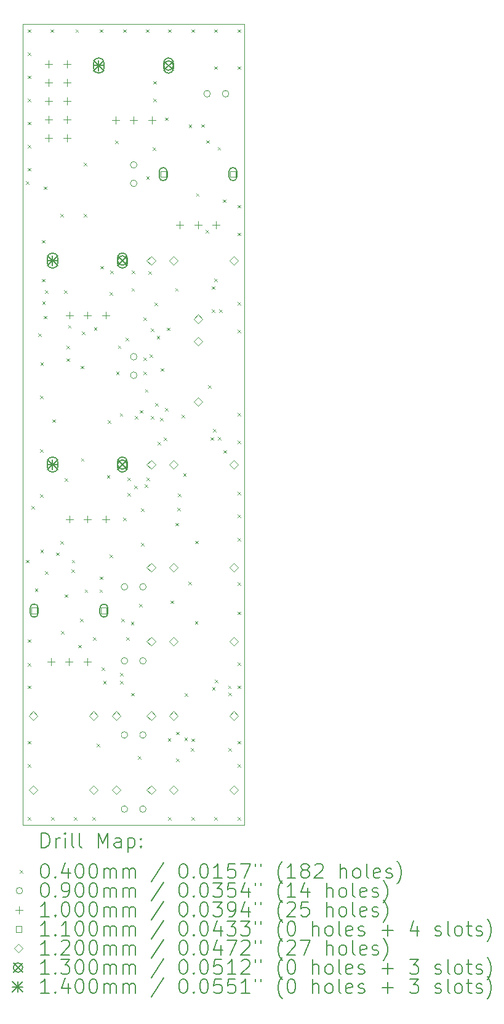
<source format=gbr>
%TF.GenerationSoftware,KiCad,Pcbnew,(6.0.9)*%
%TF.CreationDate,2022-11-24T13:14:17-08:00*%
%TF.ProjectId,vcf-20,7663662d-3230-42e6-9b69-6361645f7063,rev?*%
%TF.SameCoordinates,Original*%
%TF.FileFunction,Drillmap*%
%TF.FilePolarity,Positive*%
%FSLAX45Y45*%
G04 Gerber Fmt 4.5, Leading zero omitted, Abs format (unit mm)*
G04 Created by KiCad (PCBNEW (6.0.9)) date 2022-11-24 13:14:17*
%MOMM*%
%LPD*%
G01*
G04 APERTURE LIST*
%ADD10C,0.050000*%
%ADD11C,0.200000*%
%ADD12C,0.040000*%
%ADD13C,0.090000*%
%ADD14C,0.100000*%
%ADD15C,0.110000*%
%ADD16C,0.120000*%
%ADD17C,0.130000*%
%ADD18C,0.140000*%
G04 APERTURE END LIST*
D10*
X3048000Y-988500D02*
X3048000Y-11988500D01*
X0Y-11988500D02*
X3048000Y-11988500D01*
X0Y-988500D02*
X0Y-11988500D01*
X0Y-988500D02*
X3048000Y-988500D01*
D11*
D12*
X42500Y-8349300D02*
X82500Y-8389300D01*
X82500Y-8349300D02*
X42500Y-8389300D01*
X42503Y-3148650D02*
X82503Y-3188650D01*
X82503Y-3148650D02*
X42503Y-3188650D01*
X68900Y-1059500D02*
X108900Y-1099500D01*
X108900Y-1059500D02*
X68900Y-1099500D01*
X68900Y-1377000D02*
X108900Y-1417000D01*
X108900Y-1377000D02*
X68900Y-1417000D01*
X68900Y-1694500D02*
X108900Y-1734500D01*
X108900Y-1694500D02*
X68900Y-1734500D01*
X68900Y-2012000D02*
X108900Y-2052000D01*
X108900Y-2012000D02*
X68900Y-2052000D01*
X68900Y-2329500D02*
X108900Y-2369500D01*
X108900Y-2329500D02*
X68900Y-2369500D01*
X68900Y-2647000D02*
X108900Y-2687000D01*
X108900Y-2647000D02*
X68900Y-2687000D01*
X68900Y-2964500D02*
X108900Y-3004500D01*
X108900Y-2964500D02*
X68900Y-3004500D01*
X68900Y-9441500D02*
X108900Y-9481500D01*
X108900Y-9441500D02*
X68900Y-9481500D01*
X68900Y-9765350D02*
X108900Y-9805350D01*
X108900Y-9765350D02*
X68900Y-9805350D01*
X68900Y-10076500D02*
X108900Y-10116500D01*
X108900Y-10076500D02*
X68900Y-10116500D01*
X68900Y-10838500D02*
X108900Y-10878500D01*
X108900Y-10838500D02*
X68900Y-10878500D01*
X68900Y-11156000D02*
X108900Y-11196000D01*
X108900Y-11156000D02*
X68900Y-11196000D01*
X68900Y-11886250D02*
X108900Y-11926250D01*
X108900Y-11886250D02*
X68900Y-11926250D01*
X119700Y-7606350D02*
X159700Y-7646350D01*
X159700Y-7606350D02*
X119700Y-7646350D01*
X164150Y-8743000D02*
X204150Y-8783000D01*
X204150Y-8743000D02*
X164150Y-8783000D01*
X208600Y-5237800D02*
X248600Y-5277800D01*
X248600Y-5237800D02*
X208600Y-5277800D01*
X234000Y-6095050D02*
X274000Y-6135050D01*
X274000Y-6095050D02*
X234000Y-6135050D01*
X234000Y-6831650D02*
X274000Y-6871650D01*
X274000Y-6831650D02*
X234000Y-6871650D01*
X239080Y-7447600D02*
X279080Y-7487600D01*
X279080Y-7447600D02*
X239080Y-7487600D01*
X240350Y-5637850D02*
X280350Y-5677850D01*
X280350Y-5637850D02*
X240350Y-5677850D01*
X240350Y-8209600D02*
X280350Y-8249600D01*
X280350Y-8209600D02*
X240350Y-8249600D01*
X259400Y-3955100D02*
X299400Y-3995100D01*
X299400Y-3955100D02*
X259400Y-3995100D01*
X259400Y-4488500D02*
X299400Y-4528500D01*
X299400Y-4488500D02*
X259400Y-4528500D01*
X265750Y-4799650D02*
X305750Y-4839650D01*
X305750Y-4799650D02*
X265750Y-4839650D01*
X284800Y-3218500D02*
X324800Y-3258500D01*
X324800Y-3218500D02*
X284800Y-3258500D01*
X284800Y-4996500D02*
X324800Y-5036500D01*
X324800Y-4996500D02*
X284800Y-5036500D01*
X303850Y-8508050D02*
X343850Y-8548050D01*
X343850Y-8508050D02*
X303850Y-8548050D01*
X305447Y-4647250D02*
X345447Y-4687250D01*
X345447Y-4647250D02*
X305447Y-4687250D01*
X380050Y-1059500D02*
X420050Y-1099500D01*
X420050Y-1059500D02*
X380050Y-1099500D01*
X386400Y-11886250D02*
X426400Y-11926250D01*
X426400Y-11886250D02*
X386400Y-11926250D01*
X405450Y-6418900D02*
X445450Y-6458900D01*
X445450Y-6418900D02*
X405450Y-6458900D01*
X456250Y-8247700D02*
X496250Y-8287700D01*
X496250Y-8247700D02*
X456250Y-8287700D01*
X513400Y-3593150D02*
X553400Y-3633150D01*
X553400Y-3593150D02*
X513400Y-3633150D01*
X513900Y-8088450D02*
X553900Y-8128450D01*
X553900Y-8088450D02*
X513900Y-8128450D01*
X523560Y-9324660D02*
X563560Y-9364660D01*
X563560Y-9324660D02*
X523560Y-9364660D01*
X564200Y-4647250D02*
X604200Y-4687250D01*
X604200Y-4647250D02*
X564200Y-4687250D01*
X573196Y-8823207D02*
X613196Y-8863207D01*
X613196Y-8823207D02*
X573196Y-8863207D01*
X574360Y-7224080D02*
X614360Y-7264080D01*
X614360Y-7224080D02*
X574360Y-7264080D01*
X602300Y-5409250D02*
X642300Y-5449250D01*
X642300Y-5409250D02*
X602300Y-5449250D01*
X602300Y-5580700D02*
X642300Y-5620700D01*
X642300Y-5580700D02*
X602300Y-5620700D01*
X621350Y-5123500D02*
X661350Y-5163500D01*
X661350Y-5123500D02*
X621350Y-5163500D01*
X665800Y-8482650D02*
X705800Y-8522650D01*
X705800Y-8482650D02*
X665800Y-8522650D01*
X672150Y-8349300D02*
X712150Y-8389300D01*
X712150Y-8349300D02*
X672150Y-8389300D01*
X703900Y-11886250D02*
X743900Y-11926250D01*
X743900Y-11886250D02*
X703900Y-11926250D01*
X722950Y-1059500D02*
X762950Y-1099500D01*
X762950Y-1059500D02*
X722950Y-1099500D01*
X761050Y-9517700D02*
X801050Y-9557700D01*
X801050Y-9517700D02*
X761050Y-9557700D01*
X786450Y-9155750D02*
X826450Y-9195750D01*
X826450Y-9155750D02*
X786450Y-9195750D01*
X792800Y-5682300D02*
X832800Y-5722300D01*
X832800Y-5682300D02*
X792800Y-5722300D01*
X799150Y-6952300D02*
X839150Y-6992300D01*
X839150Y-6952300D02*
X799150Y-6992300D01*
X811850Y-5212400D02*
X851850Y-5252400D01*
X851850Y-5212400D02*
X811850Y-5252400D01*
X837250Y-2894650D02*
X877250Y-2934650D01*
X877250Y-2894650D02*
X837250Y-2934650D01*
X837250Y-3593150D02*
X877250Y-3633150D01*
X877250Y-3593150D02*
X837250Y-3633150D01*
X849950Y-8755700D02*
X889950Y-8795700D01*
X889950Y-8755700D02*
X849950Y-8795700D01*
X957900Y-11886250D02*
X997900Y-11926250D01*
X997900Y-11886250D02*
X957900Y-11926250D01*
X964250Y-9409750D02*
X1004250Y-9449750D01*
X1004250Y-9409750D02*
X964250Y-9449750D01*
X976950Y-5150800D02*
X1016950Y-5190800D01*
X1016950Y-5150800D02*
X976950Y-5190800D01*
X1015050Y-10876600D02*
X1055050Y-10916600D01*
X1055050Y-10876600D02*
X1015050Y-10916600D01*
X1053150Y-8755700D02*
X1093150Y-8795700D01*
X1093150Y-8755700D02*
X1053150Y-8795700D01*
X1059500Y-1059500D02*
X1099500Y-1099500D01*
X1099500Y-1059500D02*
X1059500Y-1099500D01*
X1059500Y-8577900D02*
X1099500Y-8617900D01*
X1099500Y-8577900D02*
X1059500Y-8617900D01*
X1065850Y-4310700D02*
X1105850Y-4350700D01*
X1105850Y-4310700D02*
X1065850Y-4350700D01*
X1084900Y-9827580D02*
X1124900Y-9867580D01*
X1124900Y-9827580D02*
X1084900Y-9867580D01*
X1103950Y-10013000D02*
X1143950Y-10053000D01*
X1143950Y-10013000D02*
X1103950Y-10053000D01*
X1154750Y-7187250D02*
X1194750Y-7227250D01*
X1194750Y-7187250D02*
X1154750Y-7227250D01*
X1167450Y-6431600D02*
X1207450Y-6471600D01*
X1207450Y-6431600D02*
X1167450Y-6471600D01*
X1194120Y-8275640D02*
X1234120Y-8315640D01*
X1234120Y-8275640D02*
X1194120Y-8315640D01*
X1195245Y-4666800D02*
X1235245Y-4706800D01*
X1235245Y-4666800D02*
X1195245Y-4706800D01*
X1204871Y-4374826D02*
X1244871Y-4414826D01*
X1244871Y-4374826D02*
X1204871Y-4414826D01*
X1267780Y-2586040D02*
X1307780Y-2626040D01*
X1307780Y-2586040D02*
X1267780Y-2626040D01*
X1281750Y-5764850D02*
X1321750Y-5804850D01*
X1321750Y-5764850D02*
X1281750Y-5804850D01*
X1307151Y-5402900D02*
X1347151Y-5442900D01*
X1347151Y-5402900D02*
X1307151Y-5442900D01*
X1332550Y-6332573D02*
X1372550Y-6372573D01*
X1372550Y-6332573D02*
X1332550Y-6372573D01*
X1338900Y-9905050D02*
X1378900Y-9945050D01*
X1378900Y-9905050D02*
X1338900Y-9945050D01*
X1338900Y-10013000D02*
X1378900Y-10053000D01*
X1378900Y-10013000D02*
X1338900Y-10053000D01*
X1351600Y-9155750D02*
X1391600Y-9195750D01*
X1391600Y-9155750D02*
X1351600Y-9195750D01*
X1377000Y-1059500D02*
X1417000Y-1099500D01*
X1417000Y-1059500D02*
X1377000Y-1099500D01*
X1378530Y-7770180D02*
X1418530Y-7810180D01*
X1418530Y-7770180D02*
X1378530Y-7810180D01*
X1415100Y-5294950D02*
X1455100Y-5334950D01*
X1455100Y-5294950D02*
X1415100Y-5334950D01*
X1421450Y-9409750D02*
X1461450Y-9449750D01*
X1461450Y-9409750D02*
X1421450Y-9449750D01*
X1438520Y-7428933D02*
X1478520Y-7468933D01*
X1478520Y-7428933D02*
X1438520Y-7468933D01*
X1440324Y-7218408D02*
X1480324Y-7258408D01*
X1480324Y-7218408D02*
X1440324Y-7258408D01*
X1484950Y-9200200D02*
X1524950Y-9240200D01*
X1524950Y-9200200D02*
X1484950Y-9240200D01*
X1491300Y-10178100D02*
X1531300Y-10218100D01*
X1531300Y-10178100D02*
X1491300Y-10218100D01*
X1493795Y-4615545D02*
X1533795Y-4655545D01*
X1533795Y-4615545D02*
X1493795Y-4655545D01*
X1498857Y-4375179D02*
X1538857Y-4415179D01*
X1538857Y-4375179D02*
X1498857Y-4415179D01*
X1531985Y-7328265D02*
X1571985Y-7368265D01*
X1571985Y-7328265D02*
X1531985Y-7368265D01*
X1540590Y-6372500D02*
X1580590Y-6412500D01*
X1580590Y-6372500D02*
X1540590Y-6412500D01*
X1580200Y-11048050D02*
X1620200Y-11088050D01*
X1620200Y-11048050D02*
X1580200Y-11088050D01*
X1599250Y-8952550D02*
X1639250Y-8992550D01*
X1639250Y-8952550D02*
X1599250Y-8992550D01*
X1610680Y-6291900D02*
X1650680Y-6331900D01*
X1650680Y-6291900D02*
X1610680Y-6331900D01*
X1624650Y-8114350D02*
X1664650Y-8154350D01*
X1664650Y-8114350D02*
X1624650Y-8154350D01*
X1625920Y-7640640D02*
X1665920Y-7680640D01*
X1665920Y-7640640D02*
X1625920Y-7680640D01*
X1656400Y-5568000D02*
X1696400Y-5608000D01*
X1696400Y-5568000D02*
X1656400Y-5608000D01*
X1656400Y-5764850D02*
X1696400Y-5804850D01*
X1696400Y-5764850D02*
X1656400Y-5804850D01*
X1661480Y-5014280D02*
X1701480Y-5054280D01*
X1701480Y-5014280D02*
X1661480Y-5054280D01*
X1673170Y-7312858D02*
X1713170Y-7352858D01*
X1713170Y-7312858D02*
X1673170Y-7352858D01*
X1679260Y-6002340D02*
X1719260Y-6042340D01*
X1719260Y-6002340D02*
X1679260Y-6042340D01*
X1694500Y-1059500D02*
X1734500Y-1099500D01*
X1734500Y-1059500D02*
X1694500Y-1099500D01*
X1697040Y-3078800D02*
X1737040Y-3118800D01*
X1737040Y-3078800D02*
X1697040Y-3118800D01*
X1699580Y-7216460D02*
X1739580Y-7256460D01*
X1739580Y-7216460D02*
X1699580Y-7256460D01*
X1724336Y-4384809D02*
X1764336Y-4424809D01*
X1764336Y-4384809D02*
X1724336Y-4424809D01*
X1746337Y-5524394D02*
X1786337Y-5564394D01*
X1786337Y-5524394D02*
X1746337Y-5564394D01*
X1758000Y-5167950D02*
X1798000Y-5207950D01*
X1798000Y-5167950D02*
X1758000Y-5207950D01*
X1759530Y-6369205D02*
X1799530Y-6409205D01*
X1799530Y-6369205D02*
X1759530Y-6409205D01*
X1785940Y-2680020D02*
X1825940Y-2720020D01*
X1825940Y-2680020D02*
X1785940Y-2720020D01*
X1796100Y-1770700D02*
X1836100Y-1810700D01*
X1836100Y-1770700D02*
X1796100Y-1810700D01*
X1796100Y-2012000D02*
X1836100Y-2052000D01*
X1836100Y-2012000D02*
X1796100Y-2052000D01*
X1813798Y-4813702D02*
X1853798Y-4853702D01*
X1853798Y-4813702D02*
X1813798Y-4853702D01*
X1821500Y-6196650D02*
X1861500Y-6236650D01*
X1861500Y-6196650D02*
X1821500Y-6236650D01*
X1841820Y-5273360D02*
X1881820Y-5313360D01*
X1881820Y-5273360D02*
X1841820Y-5313360D01*
X1855784Y-6724710D02*
X1895784Y-6764710D01*
X1895784Y-6724710D02*
X1855784Y-6764710D01*
X1890080Y-6396040D02*
X1930080Y-6436040D01*
X1930080Y-6396040D02*
X1890080Y-6436040D01*
X1895403Y-5715563D02*
X1935403Y-5755563D01*
X1935403Y-5715563D02*
X1895403Y-5755563D01*
X1937070Y-6666550D02*
X1977070Y-6706550D01*
X1977070Y-6666550D02*
X1937070Y-6706550D01*
X1953795Y-6259095D02*
X1993795Y-6299095D01*
X1993795Y-6259095D02*
X1953795Y-6299095D01*
X1956120Y-2268540D02*
X1996120Y-2308540D01*
X1996120Y-2268540D02*
X1956120Y-2308540D01*
X1981520Y-5156520D02*
X2021520Y-5196520D01*
X2021520Y-5156520D02*
X1981520Y-5196520D01*
X1992950Y-10798590D02*
X2032950Y-10838590D01*
X2032950Y-10798590D02*
X1992950Y-10838590D01*
X1999300Y-1059500D02*
X2039300Y-1099500D01*
X2039300Y-1059500D02*
X1999300Y-1099500D01*
X1999300Y-11886250D02*
X2039300Y-11926250D01*
X2039300Y-11886250D02*
X1999300Y-11926250D01*
X2031050Y-8908100D02*
X2071050Y-8948100D01*
X2071050Y-8908100D02*
X2031050Y-8948100D01*
X2094551Y-4615500D02*
X2134551Y-4655500D01*
X2134551Y-4615500D02*
X2094551Y-4655500D01*
X2100900Y-7841300D02*
X2140900Y-7881300D01*
X2140900Y-7841300D02*
X2100900Y-7881300D01*
X2107250Y-10711500D02*
X2147250Y-10751500D01*
X2147250Y-10711500D02*
X2107250Y-10751500D01*
X2107250Y-11079800D02*
X2147250Y-11119800D01*
X2147250Y-11079800D02*
X2107250Y-11119800D01*
X2123760Y-7635560D02*
X2163760Y-7675560D01*
X2163760Y-7635560D02*
X2123760Y-7675560D01*
X2133920Y-7437440D02*
X2173920Y-7477440D01*
X2173920Y-7437440D02*
X2133920Y-7477440D01*
X2183450Y-6355400D02*
X2223450Y-6395400D01*
X2223450Y-6355400D02*
X2183450Y-6395400D01*
X2205040Y-7158040D02*
X2245040Y-7198040D01*
X2245040Y-7158040D02*
X2205040Y-7198040D01*
X2221549Y-10794050D02*
X2261549Y-10834050D01*
X2261549Y-10794050D02*
X2221549Y-10834050D01*
X2227900Y-10184450D02*
X2267900Y-10224450D01*
X2267900Y-10184450D02*
X2227900Y-10224450D01*
X2278700Y-8651560D02*
X2318700Y-8691560D01*
X2318700Y-8651560D02*
X2278700Y-8691560D01*
X2281240Y-2365060D02*
X2321240Y-2405060D01*
X2321240Y-2365060D02*
X2281240Y-2405060D01*
X2310450Y-10933750D02*
X2350450Y-10973750D01*
X2350450Y-10933750D02*
X2310450Y-10973750D01*
X2316800Y-1059500D02*
X2356800Y-1099500D01*
X2356800Y-1059500D02*
X2316800Y-1099500D01*
X2316800Y-11886250D02*
X2356800Y-11926250D01*
X2356800Y-11886250D02*
X2316800Y-11926250D01*
X2321880Y-10802940D02*
X2361880Y-10842940D01*
X2361880Y-10802940D02*
X2321880Y-10842940D01*
X2366403Y-9191644D02*
X2406403Y-9231644D01*
X2406403Y-9191644D02*
X2366403Y-9231644D01*
X2372680Y-8085140D02*
X2412680Y-8125140D01*
X2412680Y-8085140D02*
X2372680Y-8125140D01*
X2382840Y-3309940D02*
X2422840Y-3349940D01*
X2422840Y-3309940D02*
X2382840Y-3349940D01*
X2453960Y-2362520D02*
X2493960Y-2402520D01*
X2493960Y-2362520D02*
X2453960Y-2402520D01*
X2516994Y-3813182D02*
X2556994Y-3853182D01*
X2556994Y-3813182D02*
X2516994Y-3853182D01*
X2525080Y-2583500D02*
X2565080Y-2623500D01*
X2565080Y-2583500D02*
X2525080Y-2623500D01*
X2545400Y-5949000D02*
X2585400Y-5989000D01*
X2585400Y-5949000D02*
X2545400Y-5989000D01*
X2583455Y-6662695D02*
X2623455Y-6702695D01*
X2623455Y-6662695D02*
X2583455Y-6702695D01*
X2596200Y-4590100D02*
X2636200Y-4630100D01*
X2636200Y-4590100D02*
X2596200Y-4630100D01*
X2596200Y-4907600D02*
X2636200Y-4947600D01*
X2636200Y-4907600D02*
X2596200Y-4947600D01*
X2602550Y-10095550D02*
X2642550Y-10135550D01*
X2642550Y-10095550D02*
X2602550Y-10135550D01*
X2615250Y-6552250D02*
X2655250Y-6592250D01*
X2655250Y-6552250D02*
X2615250Y-6592250D01*
X2634300Y-1059500D02*
X2674300Y-1099500D01*
X2674300Y-1059500D02*
X2634300Y-1099500D01*
X2634300Y-1567500D02*
X2674300Y-1607500D01*
X2674300Y-1567500D02*
X2634300Y-1607500D01*
X2634300Y-4482150D02*
X2674300Y-4522150D01*
X2674300Y-4482150D02*
X2634300Y-4522150D01*
X2634300Y-11886250D02*
X2674300Y-11926250D01*
X2674300Y-11886250D02*
X2634300Y-11926250D01*
X2640029Y-9995549D02*
X2680029Y-10035549D01*
X2680029Y-9995549D02*
X2640029Y-10035549D01*
X2680020Y-2674940D02*
X2720020Y-2714940D01*
X2720020Y-2674940D02*
X2680020Y-2714940D01*
X2685100Y-6660200D02*
X2725100Y-6700200D01*
X2725100Y-6660200D02*
X2685100Y-6700200D01*
X2701872Y-4907716D02*
X2741872Y-4947716D01*
X2741872Y-4907716D02*
X2701872Y-4947716D01*
X2753680Y-3396300D02*
X2793680Y-3436300D01*
X2793680Y-3396300D02*
X2753680Y-3436300D01*
X2761871Y-6841201D02*
X2801870Y-6881201D01*
X2801870Y-6841201D02*
X2761871Y-6881201D01*
X2824488Y-10074828D02*
X2864488Y-10114828D01*
X2864488Y-10074828D02*
X2824488Y-10114828D01*
X2824800Y-10933750D02*
X2864800Y-10973750D01*
X2864800Y-10933750D02*
X2824800Y-10973750D01*
X2826093Y-10174766D02*
X2866093Y-10214766D01*
X2866093Y-10174766D02*
X2826093Y-10214766D01*
X2951800Y-1059500D02*
X2991800Y-1099500D01*
X2991800Y-1059500D02*
X2951800Y-1099500D01*
X2951800Y-1567500D02*
X2991800Y-1607500D01*
X2991800Y-1567500D02*
X2951800Y-1607500D01*
X2951800Y-3472500D02*
X2991800Y-3512500D01*
X2991800Y-3472500D02*
X2951800Y-3512500D01*
X2951800Y-3853500D02*
X2991800Y-3893500D01*
X2991800Y-3853500D02*
X2951800Y-3893500D01*
X2951800Y-4806000D02*
X2991800Y-4846000D01*
X2991800Y-4806000D02*
X2951800Y-4846000D01*
X2951800Y-5187000D02*
X2991800Y-5227000D01*
X2991800Y-5187000D02*
X2951800Y-5227000D01*
X2951800Y-6330000D02*
X2991800Y-6370000D01*
X2991800Y-6330000D02*
X2951800Y-6370000D01*
X2951800Y-6711000D02*
X2991800Y-6751000D01*
X2991800Y-6711000D02*
X2951800Y-6751000D01*
X2951800Y-7415850D02*
X2991800Y-7455850D01*
X2991800Y-7415850D02*
X2951800Y-7455850D01*
X2951800Y-7727000D02*
X2991800Y-7767000D01*
X2991800Y-7727000D02*
X2951800Y-7767000D01*
X2951800Y-8050850D02*
X2991800Y-8090850D01*
X2991800Y-8050850D02*
X2951800Y-8090850D01*
X2951800Y-8660500D02*
X2991800Y-8700500D01*
X2991800Y-8660500D02*
X2951800Y-8700500D01*
X2951800Y-9060500D02*
X2991800Y-9100500D01*
X2991800Y-9060500D02*
X2951800Y-9100500D01*
X2951800Y-9759000D02*
X2991800Y-9799000D01*
X2991800Y-9759000D02*
X2951800Y-9799000D01*
X2951800Y-10076500D02*
X2991800Y-10116500D01*
X2991800Y-10076500D02*
X2951800Y-10116500D01*
X2951800Y-10838500D02*
X2991800Y-10878500D01*
X2991800Y-10838500D02*
X2951800Y-10878500D01*
X2951800Y-11156000D02*
X2991800Y-11196000D01*
X2991800Y-11156000D02*
X2951800Y-11196000D01*
X2951800Y-11886250D02*
X2991800Y-11926250D01*
X2991800Y-11886250D02*
X2951800Y-11926250D01*
D13*
X1442000Y-8718900D02*
G75*
G03*
X1442000Y-8718900I-45000J0D01*
G01*
X1442000Y-9736900D02*
G75*
G03*
X1442000Y-9736900I-45000J0D01*
G01*
X1442000Y-10754900D02*
G75*
G03*
X1442000Y-10754900I-45000J0D01*
G01*
X1442000Y-11772900D02*
G75*
G03*
X1442000Y-11772900I-45000J0D01*
G01*
X1569000Y-2921000D02*
G75*
G03*
X1569000Y-2921000I-45000J0D01*
G01*
X1569000Y-3175000D02*
G75*
G03*
X1569000Y-3175000I-45000J0D01*
G01*
X1569000Y-5557520D02*
G75*
G03*
X1569000Y-5557520I-45000J0D01*
G01*
X1569000Y-5811520D02*
G75*
G03*
X1569000Y-5811520I-45000J0D01*
G01*
X1696000Y-8718900D02*
G75*
G03*
X1696000Y-8718900I-45000J0D01*
G01*
X1696000Y-9736900D02*
G75*
G03*
X1696000Y-9736900I-45000J0D01*
G01*
X1696000Y-10754900D02*
G75*
G03*
X1696000Y-10754900I-45000J0D01*
G01*
X1696000Y-11772900D02*
G75*
G03*
X1696000Y-11772900I-45000J0D01*
G01*
X2580420Y-1943100D02*
G75*
G03*
X2580420Y-1943100I-45000J0D01*
G01*
X2834420Y-1943100D02*
G75*
G03*
X2834420Y-1943100I-45000J0D01*
G01*
D14*
X355600Y-1486700D02*
X355600Y-1586700D01*
X305600Y-1536700D02*
X405600Y-1536700D01*
X355600Y-1740700D02*
X355600Y-1840700D01*
X305600Y-1790700D02*
X405600Y-1790700D01*
X355600Y-1994700D02*
X355600Y-2094700D01*
X305600Y-2044700D02*
X405600Y-2044700D01*
X355600Y-2248700D02*
X355600Y-2348700D01*
X305600Y-2298700D02*
X405600Y-2298700D01*
X355600Y-2502700D02*
X355600Y-2602700D01*
X305600Y-2552700D02*
X405600Y-2552700D01*
X385000Y-9696000D02*
X385000Y-9796000D01*
X335000Y-9746000D02*
X435000Y-9746000D01*
X609600Y-1486700D02*
X609600Y-1586700D01*
X559600Y-1536700D02*
X659600Y-1536700D01*
X609600Y-1740700D02*
X609600Y-1840700D01*
X559600Y-1790700D02*
X659600Y-1790700D01*
X609600Y-1994700D02*
X609600Y-2094700D01*
X559600Y-2044700D02*
X659600Y-2044700D01*
X609600Y-2248700D02*
X609600Y-2348700D01*
X559600Y-2298700D02*
X659600Y-2298700D01*
X609600Y-2502700D02*
X609600Y-2602700D01*
X559600Y-2552700D02*
X659600Y-2552700D01*
X635000Y-9696000D02*
X635000Y-9796000D01*
X585000Y-9746000D02*
X685000Y-9746000D01*
X639000Y-4936000D02*
X639000Y-5036000D01*
X589000Y-4986000D02*
X689000Y-4986000D01*
X639000Y-7739040D02*
X639000Y-7839040D01*
X589000Y-7789040D02*
X689000Y-7789040D01*
X885000Y-9696000D02*
X885000Y-9796000D01*
X835000Y-9746000D02*
X935000Y-9746000D01*
X889000Y-4936000D02*
X889000Y-5036000D01*
X839000Y-4986000D02*
X939000Y-4986000D01*
X889000Y-7739040D02*
X889000Y-7839040D01*
X839000Y-7789040D02*
X939000Y-7789040D01*
X1139000Y-4936000D02*
X1139000Y-5036000D01*
X1089000Y-4986000D02*
X1189000Y-4986000D01*
X1139000Y-7739040D02*
X1139000Y-7839040D01*
X1089000Y-7789040D02*
X1189000Y-7789040D01*
X1274000Y-2255980D02*
X1274000Y-2355980D01*
X1224000Y-2305980D02*
X1324000Y-2305980D01*
X1524000Y-2255980D02*
X1524000Y-2355980D01*
X1474000Y-2305980D02*
X1574000Y-2305980D01*
X1774000Y-2255980D02*
X1774000Y-2355980D01*
X1724000Y-2305980D02*
X1824000Y-2305980D01*
X2160400Y-3698000D02*
X2160400Y-3798000D01*
X2110400Y-3748000D02*
X2210400Y-3748000D01*
X2410400Y-3698000D02*
X2410400Y-3798000D01*
X2360400Y-3748000D02*
X2460400Y-3748000D01*
X2660400Y-3698000D02*
X2660400Y-3798000D01*
X2610400Y-3748000D02*
X2710400Y-3748000D01*
D15*
X193891Y-9084891D02*
X193891Y-9007109D01*
X116109Y-9007109D01*
X116109Y-9084891D01*
X193891Y-9084891D01*
D11*
X210000Y-9081000D02*
X210000Y-9011000D01*
X100000Y-9081000D02*
X100000Y-9011000D01*
X210000Y-9011000D02*
G75*
G03*
X100000Y-9011000I-55000J0D01*
G01*
X100000Y-9081000D02*
G75*
G03*
X210000Y-9081000I55000J0D01*
G01*
D15*
X1153891Y-9084891D02*
X1153891Y-9007109D01*
X1076109Y-9007109D01*
X1076109Y-9084891D01*
X1153891Y-9084891D01*
D11*
X1170000Y-9081000D02*
X1170000Y-9011000D01*
X1060000Y-9081000D02*
X1060000Y-9011000D01*
X1170000Y-9011000D02*
G75*
G03*
X1060000Y-9011000I-55000J0D01*
G01*
X1060000Y-9081000D02*
G75*
G03*
X1170000Y-9081000I55000J0D01*
G01*
D15*
X1969291Y-3086891D02*
X1969291Y-3009109D01*
X1891509Y-3009109D01*
X1891509Y-3086891D01*
X1969291Y-3086891D01*
D11*
X1985400Y-3083000D02*
X1985400Y-3013000D01*
X1875400Y-3083000D02*
X1875400Y-3013000D01*
X1985400Y-3013000D02*
G75*
G03*
X1875400Y-3013000I-55000J0D01*
G01*
X1875400Y-3083000D02*
G75*
G03*
X1985400Y-3083000I55000J0D01*
G01*
D15*
X2929291Y-3086891D02*
X2929291Y-3009109D01*
X2851509Y-3009109D01*
X2851509Y-3086891D01*
X2929291Y-3086891D01*
D11*
X2945400Y-3083000D02*
X2945400Y-3013000D01*
X2835400Y-3083000D02*
X2835400Y-3013000D01*
X2945400Y-3013000D02*
G75*
G03*
X2835400Y-3013000I-55000J0D01*
G01*
X2835400Y-3083000D02*
G75*
G03*
X2945400Y-3083000I55000J0D01*
G01*
D16*
X143000Y-10550000D02*
X203000Y-10490000D01*
X143000Y-10430000D01*
X83000Y-10490000D01*
X143000Y-10550000D01*
X143000Y-11568000D02*
X203000Y-11508000D01*
X143000Y-11448000D01*
X83000Y-11508000D01*
X143000Y-11568000D01*
X973000Y-10550000D02*
X1033000Y-10490000D01*
X973000Y-10430000D01*
X913000Y-10490000D01*
X973000Y-10550000D01*
X973000Y-11568000D02*
X1033000Y-11508000D01*
X973000Y-11448000D01*
X913000Y-11508000D01*
X973000Y-11568000D01*
X1283000Y-10550000D02*
X1343000Y-10490000D01*
X1283000Y-10430000D01*
X1223000Y-10490000D01*
X1283000Y-10550000D01*
X1283000Y-11568000D02*
X1343000Y-11508000D01*
X1283000Y-11448000D01*
X1223000Y-11508000D01*
X1283000Y-11568000D01*
X1764000Y-4296000D02*
X1824000Y-4236000D01*
X1764000Y-4176000D01*
X1704000Y-4236000D01*
X1764000Y-4296000D01*
X1764000Y-7099000D02*
X1824000Y-7039000D01*
X1764000Y-6979000D01*
X1704000Y-7039000D01*
X1764000Y-7099000D01*
X1764000Y-8514000D02*
X1824000Y-8454000D01*
X1764000Y-8394000D01*
X1704000Y-8454000D01*
X1764000Y-8514000D01*
X1764000Y-9532000D02*
X1824000Y-9472000D01*
X1764000Y-9412000D01*
X1704000Y-9472000D01*
X1764000Y-9532000D01*
X1764000Y-10550000D02*
X1824000Y-10490000D01*
X1764000Y-10430000D01*
X1704000Y-10490000D01*
X1764000Y-10550000D01*
X1764000Y-11568000D02*
X1824000Y-11508000D01*
X1764000Y-11448000D01*
X1704000Y-11508000D01*
X1764000Y-11568000D01*
X2074000Y-4296000D02*
X2134000Y-4236000D01*
X2074000Y-4176000D01*
X2014000Y-4236000D01*
X2074000Y-4296000D01*
X2074000Y-7099000D02*
X2134000Y-7039000D01*
X2074000Y-6979000D01*
X2014000Y-7039000D01*
X2074000Y-7099000D01*
X2074000Y-8514000D02*
X2134000Y-8454000D01*
X2074000Y-8394000D01*
X2014000Y-8454000D01*
X2074000Y-8514000D01*
X2074000Y-9532000D02*
X2134000Y-9472000D01*
X2074000Y-9412000D01*
X2014000Y-9472000D01*
X2074000Y-9532000D01*
X2074000Y-10550000D02*
X2134000Y-10490000D01*
X2074000Y-10430000D01*
X2014000Y-10490000D01*
X2074000Y-10550000D01*
X2074000Y-11568000D02*
X2134000Y-11508000D01*
X2074000Y-11448000D01*
X2014000Y-11508000D01*
X2074000Y-11568000D01*
X2412000Y-5097000D02*
X2472000Y-5037000D01*
X2412000Y-4977000D01*
X2352000Y-5037000D01*
X2412000Y-5097000D01*
X2412000Y-5407000D02*
X2472000Y-5347000D01*
X2412000Y-5287000D01*
X2352000Y-5347000D01*
X2412000Y-5407000D01*
X2412000Y-6237000D02*
X2472000Y-6177000D01*
X2412000Y-6117000D01*
X2352000Y-6177000D01*
X2412000Y-6237000D01*
X2904000Y-4296000D02*
X2964000Y-4236000D01*
X2904000Y-4176000D01*
X2844000Y-4236000D01*
X2904000Y-4296000D01*
X2904000Y-7099000D02*
X2964000Y-7039000D01*
X2904000Y-6979000D01*
X2844000Y-7039000D01*
X2904000Y-7099000D01*
X2904000Y-8514000D02*
X2964000Y-8454000D01*
X2904000Y-8394000D01*
X2844000Y-8454000D01*
X2904000Y-8514000D01*
X2904000Y-9532000D02*
X2964000Y-9472000D01*
X2904000Y-9412000D01*
X2844000Y-9472000D01*
X2904000Y-9532000D01*
X2904000Y-10550000D02*
X2964000Y-10490000D01*
X2904000Y-10430000D01*
X2844000Y-10490000D01*
X2904000Y-10550000D01*
X2904000Y-11568000D02*
X2964000Y-11508000D01*
X2904000Y-11448000D01*
X2844000Y-11508000D01*
X2904000Y-11568000D01*
D17*
X1304000Y-4171000D02*
X1434000Y-4301000D01*
X1434000Y-4171000D02*
X1304000Y-4301000D01*
X1434000Y-4236000D02*
G75*
G03*
X1434000Y-4236000I-65000J0D01*
G01*
D11*
X1434000Y-4276000D02*
X1434000Y-4196000D01*
X1304000Y-4276000D02*
X1304000Y-4196000D01*
X1434000Y-4196000D02*
G75*
G03*
X1304000Y-4196000I-65000J0D01*
G01*
X1304000Y-4276000D02*
G75*
G03*
X1434000Y-4276000I65000J0D01*
G01*
D17*
X1304000Y-6974040D02*
X1434000Y-7104040D01*
X1434000Y-6974040D02*
X1304000Y-7104040D01*
X1434000Y-7039040D02*
G75*
G03*
X1434000Y-7039040I-65000J0D01*
G01*
D11*
X1434000Y-7079040D02*
X1434000Y-6999040D01*
X1304000Y-7079040D02*
X1304000Y-6999040D01*
X1434000Y-6999040D02*
G75*
G03*
X1304000Y-6999040I-65000J0D01*
G01*
X1304000Y-7079040D02*
G75*
G03*
X1434000Y-7079040I65000J0D01*
G01*
D17*
X1939000Y-1490980D02*
X2069000Y-1620980D01*
X2069000Y-1490980D02*
X1939000Y-1620980D01*
X2069000Y-1555980D02*
G75*
G03*
X2069000Y-1555980I-65000J0D01*
G01*
D11*
X2069000Y-1595980D02*
X2069000Y-1515980D01*
X1939000Y-1595980D02*
X1939000Y-1515980D01*
X2069000Y-1515980D02*
G75*
G03*
X1939000Y-1515980I-65000J0D01*
G01*
X1939000Y-1595980D02*
G75*
G03*
X2069000Y-1595980I65000J0D01*
G01*
D18*
X339000Y-4166000D02*
X479000Y-4306000D01*
X479000Y-4166000D02*
X339000Y-4306000D01*
X409000Y-4166000D02*
X409000Y-4306000D01*
X339000Y-4236000D02*
X479000Y-4236000D01*
D11*
X479000Y-4271000D02*
X479000Y-4201000D01*
X339000Y-4271000D02*
X339000Y-4201000D01*
X479000Y-4201000D02*
G75*
G03*
X339000Y-4201000I-70000J0D01*
G01*
X339000Y-4271000D02*
G75*
G03*
X479000Y-4271000I70000J0D01*
G01*
D18*
X339000Y-6969040D02*
X479000Y-7109040D01*
X479000Y-6969040D02*
X339000Y-7109040D01*
X409000Y-6969040D02*
X409000Y-7109040D01*
X339000Y-7039040D02*
X479000Y-7039040D01*
D11*
X479000Y-7074040D02*
X479000Y-7004040D01*
X339000Y-7074040D02*
X339000Y-7004040D01*
X479000Y-7004040D02*
G75*
G03*
X339000Y-7004040I-70000J0D01*
G01*
X339000Y-7074040D02*
G75*
G03*
X479000Y-7074040I70000J0D01*
G01*
D18*
X974000Y-1485980D02*
X1114000Y-1625980D01*
X1114000Y-1485980D02*
X974000Y-1625980D01*
X1044000Y-1485980D02*
X1044000Y-1625980D01*
X974000Y-1555980D02*
X1114000Y-1555980D01*
D11*
X1114000Y-1590980D02*
X1114000Y-1520980D01*
X974000Y-1590980D02*
X974000Y-1520980D01*
X1114000Y-1520980D02*
G75*
G03*
X974000Y-1520980I-70000J0D01*
G01*
X974000Y-1590980D02*
G75*
G03*
X1114000Y-1590980I70000J0D01*
G01*
X255119Y-12301476D02*
X255119Y-12101476D01*
X302738Y-12101476D01*
X331310Y-12111000D01*
X350357Y-12130048D01*
X359881Y-12149095D01*
X369405Y-12187190D01*
X369405Y-12215762D01*
X359881Y-12253857D01*
X350357Y-12272905D01*
X331310Y-12291952D01*
X302738Y-12301476D01*
X255119Y-12301476D01*
X455119Y-12301476D02*
X455119Y-12168143D01*
X455119Y-12206238D02*
X464643Y-12187190D01*
X474167Y-12177667D01*
X493214Y-12168143D01*
X512262Y-12168143D01*
X578929Y-12301476D02*
X578929Y-12168143D01*
X578929Y-12101476D02*
X569405Y-12111000D01*
X578929Y-12120524D01*
X588452Y-12111000D01*
X578929Y-12101476D01*
X578929Y-12120524D01*
X702738Y-12301476D02*
X683690Y-12291952D01*
X674167Y-12272905D01*
X674167Y-12101476D01*
X807500Y-12301476D02*
X788452Y-12291952D01*
X778928Y-12272905D01*
X778928Y-12101476D01*
X1036071Y-12301476D02*
X1036071Y-12101476D01*
X1102738Y-12244333D01*
X1169405Y-12101476D01*
X1169405Y-12301476D01*
X1350357Y-12301476D02*
X1350357Y-12196714D01*
X1340833Y-12177667D01*
X1321786Y-12168143D01*
X1283690Y-12168143D01*
X1264643Y-12177667D01*
X1350357Y-12291952D02*
X1331310Y-12301476D01*
X1283690Y-12301476D01*
X1264643Y-12291952D01*
X1255119Y-12272905D01*
X1255119Y-12253857D01*
X1264643Y-12234809D01*
X1283690Y-12225286D01*
X1331310Y-12225286D01*
X1350357Y-12215762D01*
X1445595Y-12168143D02*
X1445595Y-12368143D01*
X1445595Y-12177667D02*
X1464643Y-12168143D01*
X1502738Y-12168143D01*
X1521786Y-12177667D01*
X1531309Y-12187190D01*
X1540833Y-12206238D01*
X1540833Y-12263381D01*
X1531309Y-12282428D01*
X1521786Y-12291952D01*
X1502738Y-12301476D01*
X1464643Y-12301476D01*
X1445595Y-12291952D01*
X1626548Y-12282428D02*
X1636071Y-12291952D01*
X1626548Y-12301476D01*
X1617024Y-12291952D01*
X1626548Y-12282428D01*
X1626548Y-12301476D01*
X1626548Y-12177667D02*
X1636071Y-12187190D01*
X1626548Y-12196714D01*
X1617024Y-12187190D01*
X1626548Y-12177667D01*
X1626548Y-12196714D01*
D12*
X-42500Y-12611000D02*
X-2500Y-12651000D01*
X-2500Y-12611000D02*
X-42500Y-12651000D01*
D11*
X293214Y-12521476D02*
X312262Y-12521476D01*
X331310Y-12531000D01*
X340833Y-12540524D01*
X350357Y-12559571D01*
X359881Y-12597667D01*
X359881Y-12645286D01*
X350357Y-12683381D01*
X340833Y-12702428D01*
X331310Y-12711952D01*
X312262Y-12721476D01*
X293214Y-12721476D01*
X274167Y-12711952D01*
X264643Y-12702428D01*
X255119Y-12683381D01*
X245595Y-12645286D01*
X245595Y-12597667D01*
X255119Y-12559571D01*
X264643Y-12540524D01*
X274167Y-12531000D01*
X293214Y-12521476D01*
X445595Y-12702428D02*
X455119Y-12711952D01*
X445595Y-12721476D01*
X436071Y-12711952D01*
X445595Y-12702428D01*
X445595Y-12721476D01*
X626548Y-12588143D02*
X626548Y-12721476D01*
X578929Y-12511952D02*
X531310Y-12654809D01*
X655119Y-12654809D01*
X769405Y-12521476D02*
X788452Y-12521476D01*
X807500Y-12531000D01*
X817024Y-12540524D01*
X826548Y-12559571D01*
X836071Y-12597667D01*
X836071Y-12645286D01*
X826548Y-12683381D01*
X817024Y-12702428D01*
X807500Y-12711952D01*
X788452Y-12721476D01*
X769405Y-12721476D01*
X750357Y-12711952D01*
X740833Y-12702428D01*
X731309Y-12683381D01*
X721786Y-12645286D01*
X721786Y-12597667D01*
X731309Y-12559571D01*
X740833Y-12540524D01*
X750357Y-12531000D01*
X769405Y-12521476D01*
X959881Y-12521476D02*
X978928Y-12521476D01*
X997976Y-12531000D01*
X1007500Y-12540524D01*
X1017024Y-12559571D01*
X1026548Y-12597667D01*
X1026548Y-12645286D01*
X1017024Y-12683381D01*
X1007500Y-12702428D01*
X997976Y-12711952D01*
X978928Y-12721476D01*
X959881Y-12721476D01*
X940833Y-12711952D01*
X931309Y-12702428D01*
X921786Y-12683381D01*
X912262Y-12645286D01*
X912262Y-12597667D01*
X921786Y-12559571D01*
X931309Y-12540524D01*
X940833Y-12531000D01*
X959881Y-12521476D01*
X1112262Y-12721476D02*
X1112262Y-12588143D01*
X1112262Y-12607190D02*
X1121786Y-12597667D01*
X1140833Y-12588143D01*
X1169405Y-12588143D01*
X1188452Y-12597667D01*
X1197976Y-12616714D01*
X1197976Y-12721476D01*
X1197976Y-12616714D02*
X1207500Y-12597667D01*
X1226548Y-12588143D01*
X1255119Y-12588143D01*
X1274167Y-12597667D01*
X1283690Y-12616714D01*
X1283690Y-12721476D01*
X1378929Y-12721476D02*
X1378929Y-12588143D01*
X1378929Y-12607190D02*
X1388452Y-12597667D01*
X1407500Y-12588143D01*
X1436071Y-12588143D01*
X1455119Y-12597667D01*
X1464643Y-12616714D01*
X1464643Y-12721476D01*
X1464643Y-12616714D02*
X1474167Y-12597667D01*
X1493214Y-12588143D01*
X1521786Y-12588143D01*
X1540833Y-12597667D01*
X1550357Y-12616714D01*
X1550357Y-12721476D01*
X1940833Y-12511952D02*
X1769405Y-12769095D01*
X2197976Y-12521476D02*
X2217024Y-12521476D01*
X2236071Y-12531000D01*
X2245595Y-12540524D01*
X2255119Y-12559571D01*
X2264643Y-12597667D01*
X2264643Y-12645286D01*
X2255119Y-12683381D01*
X2245595Y-12702428D01*
X2236071Y-12711952D01*
X2217024Y-12721476D01*
X2197976Y-12721476D01*
X2178929Y-12711952D01*
X2169405Y-12702428D01*
X2159881Y-12683381D01*
X2150357Y-12645286D01*
X2150357Y-12597667D01*
X2159881Y-12559571D01*
X2169405Y-12540524D01*
X2178929Y-12531000D01*
X2197976Y-12521476D01*
X2350357Y-12702428D02*
X2359881Y-12711952D01*
X2350357Y-12721476D01*
X2340833Y-12711952D01*
X2350357Y-12702428D01*
X2350357Y-12721476D01*
X2483690Y-12521476D02*
X2502738Y-12521476D01*
X2521786Y-12531000D01*
X2531310Y-12540524D01*
X2540833Y-12559571D01*
X2550357Y-12597667D01*
X2550357Y-12645286D01*
X2540833Y-12683381D01*
X2531310Y-12702428D01*
X2521786Y-12711952D01*
X2502738Y-12721476D01*
X2483690Y-12721476D01*
X2464643Y-12711952D01*
X2455119Y-12702428D01*
X2445595Y-12683381D01*
X2436071Y-12645286D01*
X2436071Y-12597667D01*
X2445595Y-12559571D01*
X2455119Y-12540524D01*
X2464643Y-12531000D01*
X2483690Y-12521476D01*
X2740833Y-12721476D02*
X2626548Y-12721476D01*
X2683690Y-12721476D02*
X2683690Y-12521476D01*
X2664643Y-12550048D01*
X2645595Y-12569095D01*
X2626548Y-12578619D01*
X2921786Y-12521476D02*
X2826548Y-12521476D01*
X2817024Y-12616714D01*
X2826548Y-12607190D01*
X2845595Y-12597667D01*
X2893214Y-12597667D01*
X2912262Y-12607190D01*
X2921786Y-12616714D01*
X2931309Y-12635762D01*
X2931309Y-12683381D01*
X2921786Y-12702428D01*
X2912262Y-12711952D01*
X2893214Y-12721476D01*
X2845595Y-12721476D01*
X2826548Y-12711952D01*
X2817024Y-12702428D01*
X2997976Y-12521476D02*
X3131309Y-12521476D01*
X3045595Y-12721476D01*
X3197976Y-12521476D02*
X3197976Y-12559571D01*
X3274167Y-12521476D02*
X3274167Y-12559571D01*
X3569405Y-12797667D02*
X3559881Y-12788143D01*
X3540833Y-12759571D01*
X3531309Y-12740524D01*
X3521786Y-12711952D01*
X3512262Y-12664333D01*
X3512262Y-12626238D01*
X3521786Y-12578619D01*
X3531309Y-12550048D01*
X3540833Y-12531000D01*
X3559881Y-12502428D01*
X3569405Y-12492905D01*
X3750357Y-12721476D02*
X3636071Y-12721476D01*
X3693214Y-12721476D02*
X3693214Y-12521476D01*
X3674167Y-12550048D01*
X3655119Y-12569095D01*
X3636071Y-12578619D01*
X3864643Y-12607190D02*
X3845595Y-12597667D01*
X3836071Y-12588143D01*
X3826548Y-12569095D01*
X3826548Y-12559571D01*
X3836071Y-12540524D01*
X3845595Y-12531000D01*
X3864643Y-12521476D01*
X3902738Y-12521476D01*
X3921786Y-12531000D01*
X3931309Y-12540524D01*
X3940833Y-12559571D01*
X3940833Y-12569095D01*
X3931309Y-12588143D01*
X3921786Y-12597667D01*
X3902738Y-12607190D01*
X3864643Y-12607190D01*
X3845595Y-12616714D01*
X3836071Y-12626238D01*
X3826548Y-12645286D01*
X3826548Y-12683381D01*
X3836071Y-12702428D01*
X3845595Y-12711952D01*
X3864643Y-12721476D01*
X3902738Y-12721476D01*
X3921786Y-12711952D01*
X3931309Y-12702428D01*
X3940833Y-12683381D01*
X3940833Y-12645286D01*
X3931309Y-12626238D01*
X3921786Y-12616714D01*
X3902738Y-12607190D01*
X4017024Y-12540524D02*
X4026548Y-12531000D01*
X4045595Y-12521476D01*
X4093214Y-12521476D01*
X4112262Y-12531000D01*
X4121786Y-12540524D01*
X4131309Y-12559571D01*
X4131309Y-12578619D01*
X4121786Y-12607190D01*
X4007500Y-12721476D01*
X4131309Y-12721476D01*
X4369405Y-12721476D02*
X4369405Y-12521476D01*
X4455119Y-12721476D02*
X4455119Y-12616714D01*
X4445595Y-12597667D01*
X4426548Y-12588143D01*
X4397976Y-12588143D01*
X4378929Y-12597667D01*
X4369405Y-12607190D01*
X4578929Y-12721476D02*
X4559881Y-12711952D01*
X4550357Y-12702428D01*
X4540833Y-12683381D01*
X4540833Y-12626238D01*
X4550357Y-12607190D01*
X4559881Y-12597667D01*
X4578929Y-12588143D01*
X4607500Y-12588143D01*
X4626548Y-12597667D01*
X4636071Y-12607190D01*
X4645595Y-12626238D01*
X4645595Y-12683381D01*
X4636071Y-12702428D01*
X4626548Y-12711952D01*
X4607500Y-12721476D01*
X4578929Y-12721476D01*
X4759881Y-12721476D02*
X4740833Y-12711952D01*
X4731310Y-12692905D01*
X4731310Y-12521476D01*
X4912262Y-12711952D02*
X4893214Y-12721476D01*
X4855119Y-12721476D01*
X4836071Y-12711952D01*
X4826548Y-12692905D01*
X4826548Y-12616714D01*
X4836071Y-12597667D01*
X4855119Y-12588143D01*
X4893214Y-12588143D01*
X4912262Y-12597667D01*
X4921786Y-12616714D01*
X4921786Y-12635762D01*
X4826548Y-12654809D01*
X4997976Y-12711952D02*
X5017024Y-12721476D01*
X5055119Y-12721476D01*
X5074167Y-12711952D01*
X5083690Y-12692905D01*
X5083690Y-12683381D01*
X5074167Y-12664333D01*
X5055119Y-12654809D01*
X5026548Y-12654809D01*
X5007500Y-12645286D01*
X4997976Y-12626238D01*
X4997976Y-12616714D01*
X5007500Y-12597667D01*
X5026548Y-12588143D01*
X5055119Y-12588143D01*
X5074167Y-12597667D01*
X5150357Y-12797667D02*
X5159881Y-12788143D01*
X5178929Y-12759571D01*
X5188452Y-12740524D01*
X5197976Y-12711952D01*
X5207500Y-12664333D01*
X5207500Y-12626238D01*
X5197976Y-12578619D01*
X5188452Y-12550048D01*
X5178929Y-12531000D01*
X5159881Y-12502428D01*
X5150357Y-12492905D01*
D13*
X-2500Y-12895000D02*
G75*
G03*
X-2500Y-12895000I-45000J0D01*
G01*
D11*
X293214Y-12785476D02*
X312262Y-12785476D01*
X331310Y-12795000D01*
X340833Y-12804524D01*
X350357Y-12823571D01*
X359881Y-12861667D01*
X359881Y-12909286D01*
X350357Y-12947381D01*
X340833Y-12966428D01*
X331310Y-12975952D01*
X312262Y-12985476D01*
X293214Y-12985476D01*
X274167Y-12975952D01*
X264643Y-12966428D01*
X255119Y-12947381D01*
X245595Y-12909286D01*
X245595Y-12861667D01*
X255119Y-12823571D01*
X264643Y-12804524D01*
X274167Y-12795000D01*
X293214Y-12785476D01*
X445595Y-12966428D02*
X455119Y-12975952D01*
X445595Y-12985476D01*
X436071Y-12975952D01*
X445595Y-12966428D01*
X445595Y-12985476D01*
X550357Y-12985476D02*
X588452Y-12985476D01*
X607500Y-12975952D01*
X617024Y-12966428D01*
X636071Y-12937857D01*
X645595Y-12899762D01*
X645595Y-12823571D01*
X636071Y-12804524D01*
X626548Y-12795000D01*
X607500Y-12785476D01*
X569405Y-12785476D01*
X550357Y-12795000D01*
X540833Y-12804524D01*
X531310Y-12823571D01*
X531310Y-12871190D01*
X540833Y-12890238D01*
X550357Y-12899762D01*
X569405Y-12909286D01*
X607500Y-12909286D01*
X626548Y-12899762D01*
X636071Y-12890238D01*
X645595Y-12871190D01*
X769405Y-12785476D02*
X788452Y-12785476D01*
X807500Y-12795000D01*
X817024Y-12804524D01*
X826548Y-12823571D01*
X836071Y-12861667D01*
X836071Y-12909286D01*
X826548Y-12947381D01*
X817024Y-12966428D01*
X807500Y-12975952D01*
X788452Y-12985476D01*
X769405Y-12985476D01*
X750357Y-12975952D01*
X740833Y-12966428D01*
X731309Y-12947381D01*
X721786Y-12909286D01*
X721786Y-12861667D01*
X731309Y-12823571D01*
X740833Y-12804524D01*
X750357Y-12795000D01*
X769405Y-12785476D01*
X959881Y-12785476D02*
X978928Y-12785476D01*
X997976Y-12795000D01*
X1007500Y-12804524D01*
X1017024Y-12823571D01*
X1026548Y-12861667D01*
X1026548Y-12909286D01*
X1017024Y-12947381D01*
X1007500Y-12966428D01*
X997976Y-12975952D01*
X978928Y-12985476D01*
X959881Y-12985476D01*
X940833Y-12975952D01*
X931309Y-12966428D01*
X921786Y-12947381D01*
X912262Y-12909286D01*
X912262Y-12861667D01*
X921786Y-12823571D01*
X931309Y-12804524D01*
X940833Y-12795000D01*
X959881Y-12785476D01*
X1112262Y-12985476D02*
X1112262Y-12852143D01*
X1112262Y-12871190D02*
X1121786Y-12861667D01*
X1140833Y-12852143D01*
X1169405Y-12852143D01*
X1188452Y-12861667D01*
X1197976Y-12880714D01*
X1197976Y-12985476D01*
X1197976Y-12880714D02*
X1207500Y-12861667D01*
X1226548Y-12852143D01*
X1255119Y-12852143D01*
X1274167Y-12861667D01*
X1283690Y-12880714D01*
X1283690Y-12985476D01*
X1378929Y-12985476D02*
X1378929Y-12852143D01*
X1378929Y-12871190D02*
X1388452Y-12861667D01*
X1407500Y-12852143D01*
X1436071Y-12852143D01*
X1455119Y-12861667D01*
X1464643Y-12880714D01*
X1464643Y-12985476D01*
X1464643Y-12880714D02*
X1474167Y-12861667D01*
X1493214Y-12852143D01*
X1521786Y-12852143D01*
X1540833Y-12861667D01*
X1550357Y-12880714D01*
X1550357Y-12985476D01*
X1940833Y-12775952D02*
X1769405Y-13033095D01*
X2197976Y-12785476D02*
X2217024Y-12785476D01*
X2236071Y-12795000D01*
X2245595Y-12804524D01*
X2255119Y-12823571D01*
X2264643Y-12861667D01*
X2264643Y-12909286D01*
X2255119Y-12947381D01*
X2245595Y-12966428D01*
X2236071Y-12975952D01*
X2217024Y-12985476D01*
X2197976Y-12985476D01*
X2178929Y-12975952D01*
X2169405Y-12966428D01*
X2159881Y-12947381D01*
X2150357Y-12909286D01*
X2150357Y-12861667D01*
X2159881Y-12823571D01*
X2169405Y-12804524D01*
X2178929Y-12795000D01*
X2197976Y-12785476D01*
X2350357Y-12966428D02*
X2359881Y-12975952D01*
X2350357Y-12985476D01*
X2340833Y-12975952D01*
X2350357Y-12966428D01*
X2350357Y-12985476D01*
X2483690Y-12785476D02*
X2502738Y-12785476D01*
X2521786Y-12795000D01*
X2531310Y-12804524D01*
X2540833Y-12823571D01*
X2550357Y-12861667D01*
X2550357Y-12909286D01*
X2540833Y-12947381D01*
X2531310Y-12966428D01*
X2521786Y-12975952D01*
X2502738Y-12985476D01*
X2483690Y-12985476D01*
X2464643Y-12975952D01*
X2455119Y-12966428D01*
X2445595Y-12947381D01*
X2436071Y-12909286D01*
X2436071Y-12861667D01*
X2445595Y-12823571D01*
X2455119Y-12804524D01*
X2464643Y-12795000D01*
X2483690Y-12785476D01*
X2617024Y-12785476D02*
X2740833Y-12785476D01*
X2674167Y-12861667D01*
X2702738Y-12861667D01*
X2721786Y-12871190D01*
X2731310Y-12880714D01*
X2740833Y-12899762D01*
X2740833Y-12947381D01*
X2731310Y-12966428D01*
X2721786Y-12975952D01*
X2702738Y-12985476D01*
X2645595Y-12985476D01*
X2626548Y-12975952D01*
X2617024Y-12966428D01*
X2921786Y-12785476D02*
X2826548Y-12785476D01*
X2817024Y-12880714D01*
X2826548Y-12871190D01*
X2845595Y-12861667D01*
X2893214Y-12861667D01*
X2912262Y-12871190D01*
X2921786Y-12880714D01*
X2931309Y-12899762D01*
X2931309Y-12947381D01*
X2921786Y-12966428D01*
X2912262Y-12975952D01*
X2893214Y-12985476D01*
X2845595Y-12985476D01*
X2826548Y-12975952D01*
X2817024Y-12966428D01*
X3102738Y-12852143D02*
X3102738Y-12985476D01*
X3055119Y-12775952D02*
X3007500Y-12918809D01*
X3131309Y-12918809D01*
X3197976Y-12785476D02*
X3197976Y-12823571D01*
X3274167Y-12785476D02*
X3274167Y-12823571D01*
X3569405Y-13061667D02*
X3559881Y-13052143D01*
X3540833Y-13023571D01*
X3531309Y-13004524D01*
X3521786Y-12975952D01*
X3512262Y-12928333D01*
X3512262Y-12890238D01*
X3521786Y-12842619D01*
X3531309Y-12814048D01*
X3540833Y-12795000D01*
X3559881Y-12766428D01*
X3569405Y-12756905D01*
X3750357Y-12985476D02*
X3636071Y-12985476D01*
X3693214Y-12985476D02*
X3693214Y-12785476D01*
X3674167Y-12814048D01*
X3655119Y-12833095D01*
X3636071Y-12842619D01*
X3921786Y-12852143D02*
X3921786Y-12985476D01*
X3874167Y-12775952D02*
X3826548Y-12918809D01*
X3950357Y-12918809D01*
X4178928Y-12985476D02*
X4178928Y-12785476D01*
X4264643Y-12985476D02*
X4264643Y-12880714D01*
X4255119Y-12861667D01*
X4236071Y-12852143D01*
X4207500Y-12852143D01*
X4188452Y-12861667D01*
X4178928Y-12871190D01*
X4388452Y-12985476D02*
X4369405Y-12975952D01*
X4359881Y-12966428D01*
X4350357Y-12947381D01*
X4350357Y-12890238D01*
X4359881Y-12871190D01*
X4369405Y-12861667D01*
X4388452Y-12852143D01*
X4417024Y-12852143D01*
X4436071Y-12861667D01*
X4445595Y-12871190D01*
X4455119Y-12890238D01*
X4455119Y-12947381D01*
X4445595Y-12966428D01*
X4436071Y-12975952D01*
X4417024Y-12985476D01*
X4388452Y-12985476D01*
X4569405Y-12985476D02*
X4550357Y-12975952D01*
X4540833Y-12956905D01*
X4540833Y-12785476D01*
X4721786Y-12975952D02*
X4702738Y-12985476D01*
X4664643Y-12985476D01*
X4645595Y-12975952D01*
X4636071Y-12956905D01*
X4636071Y-12880714D01*
X4645595Y-12861667D01*
X4664643Y-12852143D01*
X4702738Y-12852143D01*
X4721786Y-12861667D01*
X4731310Y-12880714D01*
X4731310Y-12899762D01*
X4636071Y-12918809D01*
X4807500Y-12975952D02*
X4826548Y-12985476D01*
X4864643Y-12985476D01*
X4883690Y-12975952D01*
X4893214Y-12956905D01*
X4893214Y-12947381D01*
X4883690Y-12928333D01*
X4864643Y-12918809D01*
X4836071Y-12918809D01*
X4817024Y-12909286D01*
X4807500Y-12890238D01*
X4807500Y-12880714D01*
X4817024Y-12861667D01*
X4836071Y-12852143D01*
X4864643Y-12852143D01*
X4883690Y-12861667D01*
X4959881Y-13061667D02*
X4969405Y-13052143D01*
X4988452Y-13023571D01*
X4997976Y-13004524D01*
X5007500Y-12975952D01*
X5017024Y-12928333D01*
X5017024Y-12890238D01*
X5007500Y-12842619D01*
X4997976Y-12814048D01*
X4988452Y-12795000D01*
X4969405Y-12766428D01*
X4959881Y-12756905D01*
D14*
X-52500Y-13109000D02*
X-52500Y-13209000D01*
X-102500Y-13159000D02*
X-2500Y-13159000D01*
D11*
X359881Y-13249476D02*
X245595Y-13249476D01*
X302738Y-13249476D02*
X302738Y-13049476D01*
X283690Y-13078048D01*
X264643Y-13097095D01*
X245595Y-13106619D01*
X445595Y-13230428D02*
X455119Y-13239952D01*
X445595Y-13249476D01*
X436071Y-13239952D01*
X445595Y-13230428D01*
X445595Y-13249476D01*
X578929Y-13049476D02*
X597976Y-13049476D01*
X617024Y-13059000D01*
X626548Y-13068524D01*
X636071Y-13087571D01*
X645595Y-13125667D01*
X645595Y-13173286D01*
X636071Y-13211381D01*
X626548Y-13230428D01*
X617024Y-13239952D01*
X597976Y-13249476D01*
X578929Y-13249476D01*
X559881Y-13239952D01*
X550357Y-13230428D01*
X540833Y-13211381D01*
X531310Y-13173286D01*
X531310Y-13125667D01*
X540833Y-13087571D01*
X550357Y-13068524D01*
X559881Y-13059000D01*
X578929Y-13049476D01*
X769405Y-13049476D02*
X788452Y-13049476D01*
X807500Y-13059000D01*
X817024Y-13068524D01*
X826548Y-13087571D01*
X836071Y-13125667D01*
X836071Y-13173286D01*
X826548Y-13211381D01*
X817024Y-13230428D01*
X807500Y-13239952D01*
X788452Y-13249476D01*
X769405Y-13249476D01*
X750357Y-13239952D01*
X740833Y-13230428D01*
X731309Y-13211381D01*
X721786Y-13173286D01*
X721786Y-13125667D01*
X731309Y-13087571D01*
X740833Y-13068524D01*
X750357Y-13059000D01*
X769405Y-13049476D01*
X959881Y-13049476D02*
X978928Y-13049476D01*
X997976Y-13059000D01*
X1007500Y-13068524D01*
X1017024Y-13087571D01*
X1026548Y-13125667D01*
X1026548Y-13173286D01*
X1017024Y-13211381D01*
X1007500Y-13230428D01*
X997976Y-13239952D01*
X978928Y-13249476D01*
X959881Y-13249476D01*
X940833Y-13239952D01*
X931309Y-13230428D01*
X921786Y-13211381D01*
X912262Y-13173286D01*
X912262Y-13125667D01*
X921786Y-13087571D01*
X931309Y-13068524D01*
X940833Y-13059000D01*
X959881Y-13049476D01*
X1112262Y-13249476D02*
X1112262Y-13116143D01*
X1112262Y-13135190D02*
X1121786Y-13125667D01*
X1140833Y-13116143D01*
X1169405Y-13116143D01*
X1188452Y-13125667D01*
X1197976Y-13144714D01*
X1197976Y-13249476D01*
X1197976Y-13144714D02*
X1207500Y-13125667D01*
X1226548Y-13116143D01*
X1255119Y-13116143D01*
X1274167Y-13125667D01*
X1283690Y-13144714D01*
X1283690Y-13249476D01*
X1378929Y-13249476D02*
X1378929Y-13116143D01*
X1378929Y-13135190D02*
X1388452Y-13125667D01*
X1407500Y-13116143D01*
X1436071Y-13116143D01*
X1455119Y-13125667D01*
X1464643Y-13144714D01*
X1464643Y-13249476D01*
X1464643Y-13144714D02*
X1474167Y-13125667D01*
X1493214Y-13116143D01*
X1521786Y-13116143D01*
X1540833Y-13125667D01*
X1550357Y-13144714D01*
X1550357Y-13249476D01*
X1940833Y-13039952D02*
X1769405Y-13297095D01*
X2197976Y-13049476D02*
X2217024Y-13049476D01*
X2236071Y-13059000D01*
X2245595Y-13068524D01*
X2255119Y-13087571D01*
X2264643Y-13125667D01*
X2264643Y-13173286D01*
X2255119Y-13211381D01*
X2245595Y-13230428D01*
X2236071Y-13239952D01*
X2217024Y-13249476D01*
X2197976Y-13249476D01*
X2178929Y-13239952D01*
X2169405Y-13230428D01*
X2159881Y-13211381D01*
X2150357Y-13173286D01*
X2150357Y-13125667D01*
X2159881Y-13087571D01*
X2169405Y-13068524D01*
X2178929Y-13059000D01*
X2197976Y-13049476D01*
X2350357Y-13230428D02*
X2359881Y-13239952D01*
X2350357Y-13249476D01*
X2340833Y-13239952D01*
X2350357Y-13230428D01*
X2350357Y-13249476D01*
X2483690Y-13049476D02*
X2502738Y-13049476D01*
X2521786Y-13059000D01*
X2531310Y-13068524D01*
X2540833Y-13087571D01*
X2550357Y-13125667D01*
X2550357Y-13173286D01*
X2540833Y-13211381D01*
X2531310Y-13230428D01*
X2521786Y-13239952D01*
X2502738Y-13249476D01*
X2483690Y-13249476D01*
X2464643Y-13239952D01*
X2455119Y-13230428D01*
X2445595Y-13211381D01*
X2436071Y-13173286D01*
X2436071Y-13125667D01*
X2445595Y-13087571D01*
X2455119Y-13068524D01*
X2464643Y-13059000D01*
X2483690Y-13049476D01*
X2617024Y-13049476D02*
X2740833Y-13049476D01*
X2674167Y-13125667D01*
X2702738Y-13125667D01*
X2721786Y-13135190D01*
X2731310Y-13144714D01*
X2740833Y-13163762D01*
X2740833Y-13211381D01*
X2731310Y-13230428D01*
X2721786Y-13239952D01*
X2702738Y-13249476D01*
X2645595Y-13249476D01*
X2626548Y-13239952D01*
X2617024Y-13230428D01*
X2836071Y-13249476D02*
X2874167Y-13249476D01*
X2893214Y-13239952D01*
X2902738Y-13230428D01*
X2921786Y-13201857D01*
X2931309Y-13163762D01*
X2931309Y-13087571D01*
X2921786Y-13068524D01*
X2912262Y-13059000D01*
X2893214Y-13049476D01*
X2855119Y-13049476D01*
X2836071Y-13059000D01*
X2826548Y-13068524D01*
X2817024Y-13087571D01*
X2817024Y-13135190D01*
X2826548Y-13154238D01*
X2836071Y-13163762D01*
X2855119Y-13173286D01*
X2893214Y-13173286D01*
X2912262Y-13163762D01*
X2921786Y-13154238D01*
X2931309Y-13135190D01*
X3102738Y-13116143D02*
X3102738Y-13249476D01*
X3055119Y-13039952D02*
X3007500Y-13182809D01*
X3131309Y-13182809D01*
X3197976Y-13049476D02*
X3197976Y-13087571D01*
X3274167Y-13049476D02*
X3274167Y-13087571D01*
X3569405Y-13325667D02*
X3559881Y-13316143D01*
X3540833Y-13287571D01*
X3531309Y-13268524D01*
X3521786Y-13239952D01*
X3512262Y-13192333D01*
X3512262Y-13154238D01*
X3521786Y-13106619D01*
X3531309Y-13078048D01*
X3540833Y-13059000D01*
X3559881Y-13030428D01*
X3569405Y-13020905D01*
X3636071Y-13068524D02*
X3645595Y-13059000D01*
X3664643Y-13049476D01*
X3712262Y-13049476D01*
X3731309Y-13059000D01*
X3740833Y-13068524D01*
X3750357Y-13087571D01*
X3750357Y-13106619D01*
X3740833Y-13135190D01*
X3626548Y-13249476D01*
X3750357Y-13249476D01*
X3931309Y-13049476D02*
X3836071Y-13049476D01*
X3826548Y-13144714D01*
X3836071Y-13135190D01*
X3855119Y-13125667D01*
X3902738Y-13125667D01*
X3921786Y-13135190D01*
X3931309Y-13144714D01*
X3940833Y-13163762D01*
X3940833Y-13211381D01*
X3931309Y-13230428D01*
X3921786Y-13239952D01*
X3902738Y-13249476D01*
X3855119Y-13249476D01*
X3836071Y-13239952D01*
X3826548Y-13230428D01*
X4178928Y-13249476D02*
X4178928Y-13049476D01*
X4264643Y-13249476D02*
X4264643Y-13144714D01*
X4255119Y-13125667D01*
X4236071Y-13116143D01*
X4207500Y-13116143D01*
X4188452Y-13125667D01*
X4178928Y-13135190D01*
X4388452Y-13249476D02*
X4369405Y-13239952D01*
X4359881Y-13230428D01*
X4350357Y-13211381D01*
X4350357Y-13154238D01*
X4359881Y-13135190D01*
X4369405Y-13125667D01*
X4388452Y-13116143D01*
X4417024Y-13116143D01*
X4436071Y-13125667D01*
X4445595Y-13135190D01*
X4455119Y-13154238D01*
X4455119Y-13211381D01*
X4445595Y-13230428D01*
X4436071Y-13239952D01*
X4417024Y-13249476D01*
X4388452Y-13249476D01*
X4569405Y-13249476D02*
X4550357Y-13239952D01*
X4540833Y-13220905D01*
X4540833Y-13049476D01*
X4721786Y-13239952D02*
X4702738Y-13249476D01*
X4664643Y-13249476D01*
X4645595Y-13239952D01*
X4636071Y-13220905D01*
X4636071Y-13144714D01*
X4645595Y-13125667D01*
X4664643Y-13116143D01*
X4702738Y-13116143D01*
X4721786Y-13125667D01*
X4731310Y-13144714D01*
X4731310Y-13163762D01*
X4636071Y-13182809D01*
X4807500Y-13239952D02*
X4826548Y-13249476D01*
X4864643Y-13249476D01*
X4883690Y-13239952D01*
X4893214Y-13220905D01*
X4893214Y-13211381D01*
X4883690Y-13192333D01*
X4864643Y-13182809D01*
X4836071Y-13182809D01*
X4817024Y-13173286D01*
X4807500Y-13154238D01*
X4807500Y-13144714D01*
X4817024Y-13125667D01*
X4836071Y-13116143D01*
X4864643Y-13116143D01*
X4883690Y-13125667D01*
X4959881Y-13325667D02*
X4969405Y-13316143D01*
X4988452Y-13287571D01*
X4997976Y-13268524D01*
X5007500Y-13239952D01*
X5017024Y-13192333D01*
X5017024Y-13154238D01*
X5007500Y-13106619D01*
X4997976Y-13078048D01*
X4988452Y-13059000D01*
X4969405Y-13030428D01*
X4959881Y-13020905D01*
D15*
X-18609Y-13461891D02*
X-18609Y-13384109D01*
X-96391Y-13384109D01*
X-96391Y-13461891D01*
X-18609Y-13461891D01*
D11*
X359881Y-13513476D02*
X245595Y-13513476D01*
X302738Y-13513476D02*
X302738Y-13313476D01*
X283690Y-13342048D01*
X264643Y-13361095D01*
X245595Y-13370619D01*
X445595Y-13494428D02*
X455119Y-13503952D01*
X445595Y-13513476D01*
X436071Y-13503952D01*
X445595Y-13494428D01*
X445595Y-13513476D01*
X645595Y-13513476D02*
X531310Y-13513476D01*
X588452Y-13513476D02*
X588452Y-13313476D01*
X569405Y-13342048D01*
X550357Y-13361095D01*
X531310Y-13370619D01*
X769405Y-13313476D02*
X788452Y-13313476D01*
X807500Y-13323000D01*
X817024Y-13332524D01*
X826548Y-13351571D01*
X836071Y-13389667D01*
X836071Y-13437286D01*
X826548Y-13475381D01*
X817024Y-13494428D01*
X807500Y-13503952D01*
X788452Y-13513476D01*
X769405Y-13513476D01*
X750357Y-13503952D01*
X740833Y-13494428D01*
X731309Y-13475381D01*
X721786Y-13437286D01*
X721786Y-13389667D01*
X731309Y-13351571D01*
X740833Y-13332524D01*
X750357Y-13323000D01*
X769405Y-13313476D01*
X959881Y-13313476D02*
X978928Y-13313476D01*
X997976Y-13323000D01*
X1007500Y-13332524D01*
X1017024Y-13351571D01*
X1026548Y-13389667D01*
X1026548Y-13437286D01*
X1017024Y-13475381D01*
X1007500Y-13494428D01*
X997976Y-13503952D01*
X978928Y-13513476D01*
X959881Y-13513476D01*
X940833Y-13503952D01*
X931309Y-13494428D01*
X921786Y-13475381D01*
X912262Y-13437286D01*
X912262Y-13389667D01*
X921786Y-13351571D01*
X931309Y-13332524D01*
X940833Y-13323000D01*
X959881Y-13313476D01*
X1112262Y-13513476D02*
X1112262Y-13380143D01*
X1112262Y-13399190D02*
X1121786Y-13389667D01*
X1140833Y-13380143D01*
X1169405Y-13380143D01*
X1188452Y-13389667D01*
X1197976Y-13408714D01*
X1197976Y-13513476D01*
X1197976Y-13408714D02*
X1207500Y-13389667D01*
X1226548Y-13380143D01*
X1255119Y-13380143D01*
X1274167Y-13389667D01*
X1283690Y-13408714D01*
X1283690Y-13513476D01*
X1378929Y-13513476D02*
X1378929Y-13380143D01*
X1378929Y-13399190D02*
X1388452Y-13389667D01*
X1407500Y-13380143D01*
X1436071Y-13380143D01*
X1455119Y-13389667D01*
X1464643Y-13408714D01*
X1464643Y-13513476D01*
X1464643Y-13408714D02*
X1474167Y-13389667D01*
X1493214Y-13380143D01*
X1521786Y-13380143D01*
X1540833Y-13389667D01*
X1550357Y-13408714D01*
X1550357Y-13513476D01*
X1940833Y-13303952D02*
X1769405Y-13561095D01*
X2197976Y-13313476D02*
X2217024Y-13313476D01*
X2236071Y-13323000D01*
X2245595Y-13332524D01*
X2255119Y-13351571D01*
X2264643Y-13389667D01*
X2264643Y-13437286D01*
X2255119Y-13475381D01*
X2245595Y-13494428D01*
X2236071Y-13503952D01*
X2217024Y-13513476D01*
X2197976Y-13513476D01*
X2178929Y-13503952D01*
X2169405Y-13494428D01*
X2159881Y-13475381D01*
X2150357Y-13437286D01*
X2150357Y-13389667D01*
X2159881Y-13351571D01*
X2169405Y-13332524D01*
X2178929Y-13323000D01*
X2197976Y-13313476D01*
X2350357Y-13494428D02*
X2359881Y-13503952D01*
X2350357Y-13513476D01*
X2340833Y-13503952D01*
X2350357Y-13494428D01*
X2350357Y-13513476D01*
X2483690Y-13313476D02*
X2502738Y-13313476D01*
X2521786Y-13323000D01*
X2531310Y-13332524D01*
X2540833Y-13351571D01*
X2550357Y-13389667D01*
X2550357Y-13437286D01*
X2540833Y-13475381D01*
X2531310Y-13494428D01*
X2521786Y-13503952D01*
X2502738Y-13513476D01*
X2483690Y-13513476D01*
X2464643Y-13503952D01*
X2455119Y-13494428D01*
X2445595Y-13475381D01*
X2436071Y-13437286D01*
X2436071Y-13389667D01*
X2445595Y-13351571D01*
X2455119Y-13332524D01*
X2464643Y-13323000D01*
X2483690Y-13313476D01*
X2721786Y-13380143D02*
X2721786Y-13513476D01*
X2674167Y-13303952D02*
X2626548Y-13446809D01*
X2750357Y-13446809D01*
X2807500Y-13313476D02*
X2931309Y-13313476D01*
X2864643Y-13389667D01*
X2893214Y-13389667D01*
X2912262Y-13399190D01*
X2921786Y-13408714D01*
X2931309Y-13427762D01*
X2931309Y-13475381D01*
X2921786Y-13494428D01*
X2912262Y-13503952D01*
X2893214Y-13513476D01*
X2836071Y-13513476D01*
X2817024Y-13503952D01*
X2807500Y-13494428D01*
X2997976Y-13313476D02*
X3121786Y-13313476D01*
X3055119Y-13389667D01*
X3083690Y-13389667D01*
X3102738Y-13399190D01*
X3112262Y-13408714D01*
X3121786Y-13427762D01*
X3121786Y-13475381D01*
X3112262Y-13494428D01*
X3102738Y-13503952D01*
X3083690Y-13513476D01*
X3026548Y-13513476D01*
X3007500Y-13503952D01*
X2997976Y-13494428D01*
X3197976Y-13313476D02*
X3197976Y-13351571D01*
X3274167Y-13313476D02*
X3274167Y-13351571D01*
X3569405Y-13589667D02*
X3559881Y-13580143D01*
X3540833Y-13551571D01*
X3531309Y-13532524D01*
X3521786Y-13503952D01*
X3512262Y-13456333D01*
X3512262Y-13418238D01*
X3521786Y-13370619D01*
X3531309Y-13342048D01*
X3540833Y-13323000D01*
X3559881Y-13294428D01*
X3569405Y-13284905D01*
X3683690Y-13313476D02*
X3702738Y-13313476D01*
X3721786Y-13323000D01*
X3731309Y-13332524D01*
X3740833Y-13351571D01*
X3750357Y-13389667D01*
X3750357Y-13437286D01*
X3740833Y-13475381D01*
X3731309Y-13494428D01*
X3721786Y-13503952D01*
X3702738Y-13513476D01*
X3683690Y-13513476D01*
X3664643Y-13503952D01*
X3655119Y-13494428D01*
X3645595Y-13475381D01*
X3636071Y-13437286D01*
X3636071Y-13389667D01*
X3645595Y-13351571D01*
X3655119Y-13332524D01*
X3664643Y-13323000D01*
X3683690Y-13313476D01*
X3988452Y-13513476D02*
X3988452Y-13313476D01*
X4074167Y-13513476D02*
X4074167Y-13408714D01*
X4064643Y-13389667D01*
X4045595Y-13380143D01*
X4017024Y-13380143D01*
X3997976Y-13389667D01*
X3988452Y-13399190D01*
X4197976Y-13513476D02*
X4178928Y-13503952D01*
X4169405Y-13494428D01*
X4159881Y-13475381D01*
X4159881Y-13418238D01*
X4169405Y-13399190D01*
X4178928Y-13389667D01*
X4197976Y-13380143D01*
X4226548Y-13380143D01*
X4245595Y-13389667D01*
X4255119Y-13399190D01*
X4264643Y-13418238D01*
X4264643Y-13475381D01*
X4255119Y-13494428D01*
X4245595Y-13503952D01*
X4226548Y-13513476D01*
X4197976Y-13513476D01*
X4378929Y-13513476D02*
X4359881Y-13503952D01*
X4350357Y-13484905D01*
X4350357Y-13313476D01*
X4531310Y-13503952D02*
X4512262Y-13513476D01*
X4474167Y-13513476D01*
X4455119Y-13503952D01*
X4445595Y-13484905D01*
X4445595Y-13408714D01*
X4455119Y-13389667D01*
X4474167Y-13380143D01*
X4512262Y-13380143D01*
X4531310Y-13389667D01*
X4540833Y-13408714D01*
X4540833Y-13427762D01*
X4445595Y-13446809D01*
X4617024Y-13503952D02*
X4636071Y-13513476D01*
X4674167Y-13513476D01*
X4693214Y-13503952D01*
X4702738Y-13484905D01*
X4702738Y-13475381D01*
X4693214Y-13456333D01*
X4674167Y-13446809D01*
X4645595Y-13446809D01*
X4626548Y-13437286D01*
X4617024Y-13418238D01*
X4617024Y-13408714D01*
X4626548Y-13389667D01*
X4645595Y-13380143D01*
X4674167Y-13380143D01*
X4693214Y-13389667D01*
X4940833Y-13437286D02*
X5093214Y-13437286D01*
X5017024Y-13513476D02*
X5017024Y-13361095D01*
X5426548Y-13380143D02*
X5426548Y-13513476D01*
X5378929Y-13303952D02*
X5331310Y-13446809D01*
X5455119Y-13446809D01*
X5674167Y-13503952D02*
X5693214Y-13513476D01*
X5731309Y-13513476D01*
X5750357Y-13503952D01*
X5759881Y-13484905D01*
X5759881Y-13475381D01*
X5750357Y-13456333D01*
X5731309Y-13446809D01*
X5702738Y-13446809D01*
X5683690Y-13437286D01*
X5674167Y-13418238D01*
X5674167Y-13408714D01*
X5683690Y-13389667D01*
X5702738Y-13380143D01*
X5731309Y-13380143D01*
X5750357Y-13389667D01*
X5874167Y-13513476D02*
X5855119Y-13503952D01*
X5845595Y-13484905D01*
X5845595Y-13313476D01*
X5978928Y-13513476D02*
X5959881Y-13503952D01*
X5950357Y-13494428D01*
X5940833Y-13475381D01*
X5940833Y-13418238D01*
X5950357Y-13399190D01*
X5959881Y-13389667D01*
X5978928Y-13380143D01*
X6007500Y-13380143D01*
X6026548Y-13389667D01*
X6036071Y-13399190D01*
X6045595Y-13418238D01*
X6045595Y-13475381D01*
X6036071Y-13494428D01*
X6026548Y-13503952D01*
X6007500Y-13513476D01*
X5978928Y-13513476D01*
X6102738Y-13380143D02*
X6178928Y-13380143D01*
X6131309Y-13313476D02*
X6131309Y-13484905D01*
X6140833Y-13503952D01*
X6159881Y-13513476D01*
X6178928Y-13513476D01*
X6236071Y-13503952D02*
X6255119Y-13513476D01*
X6293214Y-13513476D01*
X6312262Y-13503952D01*
X6321786Y-13484905D01*
X6321786Y-13475381D01*
X6312262Y-13456333D01*
X6293214Y-13446809D01*
X6264643Y-13446809D01*
X6245595Y-13437286D01*
X6236071Y-13418238D01*
X6236071Y-13408714D01*
X6245595Y-13389667D01*
X6264643Y-13380143D01*
X6293214Y-13380143D01*
X6312262Y-13389667D01*
X6388452Y-13589667D02*
X6397976Y-13580143D01*
X6417024Y-13551571D01*
X6426548Y-13532524D01*
X6436071Y-13503952D01*
X6445595Y-13456333D01*
X6445595Y-13418238D01*
X6436071Y-13370619D01*
X6426548Y-13342048D01*
X6417024Y-13323000D01*
X6397976Y-13294428D01*
X6388452Y-13284905D01*
D16*
X-62500Y-13747000D02*
X-2500Y-13687000D01*
X-62500Y-13627000D01*
X-122500Y-13687000D01*
X-62500Y-13747000D01*
D11*
X359881Y-13777476D02*
X245595Y-13777476D01*
X302738Y-13777476D02*
X302738Y-13577476D01*
X283690Y-13606048D01*
X264643Y-13625095D01*
X245595Y-13634619D01*
X445595Y-13758428D02*
X455119Y-13767952D01*
X445595Y-13777476D01*
X436071Y-13767952D01*
X445595Y-13758428D01*
X445595Y-13777476D01*
X531310Y-13596524D02*
X540833Y-13587000D01*
X559881Y-13577476D01*
X607500Y-13577476D01*
X626548Y-13587000D01*
X636071Y-13596524D01*
X645595Y-13615571D01*
X645595Y-13634619D01*
X636071Y-13663190D01*
X521786Y-13777476D01*
X645595Y-13777476D01*
X769405Y-13577476D02*
X788452Y-13577476D01*
X807500Y-13587000D01*
X817024Y-13596524D01*
X826548Y-13615571D01*
X836071Y-13653667D01*
X836071Y-13701286D01*
X826548Y-13739381D01*
X817024Y-13758428D01*
X807500Y-13767952D01*
X788452Y-13777476D01*
X769405Y-13777476D01*
X750357Y-13767952D01*
X740833Y-13758428D01*
X731309Y-13739381D01*
X721786Y-13701286D01*
X721786Y-13653667D01*
X731309Y-13615571D01*
X740833Y-13596524D01*
X750357Y-13587000D01*
X769405Y-13577476D01*
X959881Y-13577476D02*
X978928Y-13577476D01*
X997976Y-13587000D01*
X1007500Y-13596524D01*
X1017024Y-13615571D01*
X1026548Y-13653667D01*
X1026548Y-13701286D01*
X1017024Y-13739381D01*
X1007500Y-13758428D01*
X997976Y-13767952D01*
X978928Y-13777476D01*
X959881Y-13777476D01*
X940833Y-13767952D01*
X931309Y-13758428D01*
X921786Y-13739381D01*
X912262Y-13701286D01*
X912262Y-13653667D01*
X921786Y-13615571D01*
X931309Y-13596524D01*
X940833Y-13587000D01*
X959881Y-13577476D01*
X1112262Y-13777476D02*
X1112262Y-13644143D01*
X1112262Y-13663190D02*
X1121786Y-13653667D01*
X1140833Y-13644143D01*
X1169405Y-13644143D01*
X1188452Y-13653667D01*
X1197976Y-13672714D01*
X1197976Y-13777476D01*
X1197976Y-13672714D02*
X1207500Y-13653667D01*
X1226548Y-13644143D01*
X1255119Y-13644143D01*
X1274167Y-13653667D01*
X1283690Y-13672714D01*
X1283690Y-13777476D01*
X1378929Y-13777476D02*
X1378929Y-13644143D01*
X1378929Y-13663190D02*
X1388452Y-13653667D01*
X1407500Y-13644143D01*
X1436071Y-13644143D01*
X1455119Y-13653667D01*
X1464643Y-13672714D01*
X1464643Y-13777476D01*
X1464643Y-13672714D02*
X1474167Y-13653667D01*
X1493214Y-13644143D01*
X1521786Y-13644143D01*
X1540833Y-13653667D01*
X1550357Y-13672714D01*
X1550357Y-13777476D01*
X1940833Y-13567952D02*
X1769405Y-13825095D01*
X2197976Y-13577476D02*
X2217024Y-13577476D01*
X2236071Y-13587000D01*
X2245595Y-13596524D01*
X2255119Y-13615571D01*
X2264643Y-13653667D01*
X2264643Y-13701286D01*
X2255119Y-13739381D01*
X2245595Y-13758428D01*
X2236071Y-13767952D01*
X2217024Y-13777476D01*
X2197976Y-13777476D01*
X2178929Y-13767952D01*
X2169405Y-13758428D01*
X2159881Y-13739381D01*
X2150357Y-13701286D01*
X2150357Y-13653667D01*
X2159881Y-13615571D01*
X2169405Y-13596524D01*
X2178929Y-13587000D01*
X2197976Y-13577476D01*
X2350357Y-13758428D02*
X2359881Y-13767952D01*
X2350357Y-13777476D01*
X2340833Y-13767952D01*
X2350357Y-13758428D01*
X2350357Y-13777476D01*
X2483690Y-13577476D02*
X2502738Y-13577476D01*
X2521786Y-13587000D01*
X2531310Y-13596524D01*
X2540833Y-13615571D01*
X2550357Y-13653667D01*
X2550357Y-13701286D01*
X2540833Y-13739381D01*
X2531310Y-13758428D01*
X2521786Y-13767952D01*
X2502738Y-13777476D01*
X2483690Y-13777476D01*
X2464643Y-13767952D01*
X2455119Y-13758428D01*
X2445595Y-13739381D01*
X2436071Y-13701286D01*
X2436071Y-13653667D01*
X2445595Y-13615571D01*
X2455119Y-13596524D01*
X2464643Y-13587000D01*
X2483690Y-13577476D01*
X2721786Y-13644143D02*
X2721786Y-13777476D01*
X2674167Y-13567952D02*
X2626548Y-13710809D01*
X2750357Y-13710809D01*
X2807500Y-13577476D02*
X2940833Y-13577476D01*
X2855119Y-13777476D01*
X3007500Y-13596524D02*
X3017024Y-13587000D01*
X3036071Y-13577476D01*
X3083690Y-13577476D01*
X3102738Y-13587000D01*
X3112262Y-13596524D01*
X3121786Y-13615571D01*
X3121786Y-13634619D01*
X3112262Y-13663190D01*
X2997976Y-13777476D01*
X3121786Y-13777476D01*
X3197976Y-13577476D02*
X3197976Y-13615571D01*
X3274167Y-13577476D02*
X3274167Y-13615571D01*
X3569405Y-13853667D02*
X3559881Y-13844143D01*
X3540833Y-13815571D01*
X3531309Y-13796524D01*
X3521786Y-13767952D01*
X3512262Y-13720333D01*
X3512262Y-13682238D01*
X3521786Y-13634619D01*
X3531309Y-13606048D01*
X3540833Y-13587000D01*
X3559881Y-13558428D01*
X3569405Y-13548905D01*
X3636071Y-13596524D02*
X3645595Y-13587000D01*
X3664643Y-13577476D01*
X3712262Y-13577476D01*
X3731309Y-13587000D01*
X3740833Y-13596524D01*
X3750357Y-13615571D01*
X3750357Y-13634619D01*
X3740833Y-13663190D01*
X3626548Y-13777476D01*
X3750357Y-13777476D01*
X3817024Y-13577476D02*
X3950357Y-13577476D01*
X3864643Y-13777476D01*
X4178928Y-13777476D02*
X4178928Y-13577476D01*
X4264643Y-13777476D02*
X4264643Y-13672714D01*
X4255119Y-13653667D01*
X4236071Y-13644143D01*
X4207500Y-13644143D01*
X4188452Y-13653667D01*
X4178928Y-13663190D01*
X4388452Y-13777476D02*
X4369405Y-13767952D01*
X4359881Y-13758428D01*
X4350357Y-13739381D01*
X4350357Y-13682238D01*
X4359881Y-13663190D01*
X4369405Y-13653667D01*
X4388452Y-13644143D01*
X4417024Y-13644143D01*
X4436071Y-13653667D01*
X4445595Y-13663190D01*
X4455119Y-13682238D01*
X4455119Y-13739381D01*
X4445595Y-13758428D01*
X4436071Y-13767952D01*
X4417024Y-13777476D01*
X4388452Y-13777476D01*
X4569405Y-13777476D02*
X4550357Y-13767952D01*
X4540833Y-13748905D01*
X4540833Y-13577476D01*
X4721786Y-13767952D02*
X4702738Y-13777476D01*
X4664643Y-13777476D01*
X4645595Y-13767952D01*
X4636071Y-13748905D01*
X4636071Y-13672714D01*
X4645595Y-13653667D01*
X4664643Y-13644143D01*
X4702738Y-13644143D01*
X4721786Y-13653667D01*
X4731310Y-13672714D01*
X4731310Y-13691762D01*
X4636071Y-13710809D01*
X4807500Y-13767952D02*
X4826548Y-13777476D01*
X4864643Y-13777476D01*
X4883690Y-13767952D01*
X4893214Y-13748905D01*
X4893214Y-13739381D01*
X4883690Y-13720333D01*
X4864643Y-13710809D01*
X4836071Y-13710809D01*
X4817024Y-13701286D01*
X4807500Y-13682238D01*
X4807500Y-13672714D01*
X4817024Y-13653667D01*
X4836071Y-13644143D01*
X4864643Y-13644143D01*
X4883690Y-13653667D01*
X4959881Y-13853667D02*
X4969405Y-13844143D01*
X4988452Y-13815571D01*
X4997976Y-13796524D01*
X5007500Y-13767952D01*
X5017024Y-13720333D01*
X5017024Y-13682238D01*
X5007500Y-13634619D01*
X4997976Y-13606048D01*
X4988452Y-13587000D01*
X4969405Y-13558428D01*
X4959881Y-13548905D01*
D17*
X-132500Y-13886000D02*
X-2500Y-14016000D01*
X-2500Y-13886000D02*
X-132500Y-14016000D01*
X-2500Y-13951000D02*
G75*
G03*
X-2500Y-13951000I-65000J0D01*
G01*
D11*
X359881Y-14041476D02*
X245595Y-14041476D01*
X302738Y-14041476D02*
X302738Y-13841476D01*
X283690Y-13870048D01*
X264643Y-13889095D01*
X245595Y-13898619D01*
X445595Y-14022428D02*
X455119Y-14031952D01*
X445595Y-14041476D01*
X436071Y-14031952D01*
X445595Y-14022428D01*
X445595Y-14041476D01*
X521786Y-13841476D02*
X645595Y-13841476D01*
X578929Y-13917667D01*
X607500Y-13917667D01*
X626548Y-13927190D01*
X636071Y-13936714D01*
X645595Y-13955762D01*
X645595Y-14003381D01*
X636071Y-14022428D01*
X626548Y-14031952D01*
X607500Y-14041476D01*
X550357Y-14041476D01*
X531310Y-14031952D01*
X521786Y-14022428D01*
X769405Y-13841476D02*
X788452Y-13841476D01*
X807500Y-13851000D01*
X817024Y-13860524D01*
X826548Y-13879571D01*
X836071Y-13917667D01*
X836071Y-13965286D01*
X826548Y-14003381D01*
X817024Y-14022428D01*
X807500Y-14031952D01*
X788452Y-14041476D01*
X769405Y-14041476D01*
X750357Y-14031952D01*
X740833Y-14022428D01*
X731309Y-14003381D01*
X721786Y-13965286D01*
X721786Y-13917667D01*
X731309Y-13879571D01*
X740833Y-13860524D01*
X750357Y-13851000D01*
X769405Y-13841476D01*
X959881Y-13841476D02*
X978928Y-13841476D01*
X997976Y-13851000D01*
X1007500Y-13860524D01*
X1017024Y-13879571D01*
X1026548Y-13917667D01*
X1026548Y-13965286D01*
X1017024Y-14003381D01*
X1007500Y-14022428D01*
X997976Y-14031952D01*
X978928Y-14041476D01*
X959881Y-14041476D01*
X940833Y-14031952D01*
X931309Y-14022428D01*
X921786Y-14003381D01*
X912262Y-13965286D01*
X912262Y-13917667D01*
X921786Y-13879571D01*
X931309Y-13860524D01*
X940833Y-13851000D01*
X959881Y-13841476D01*
X1112262Y-14041476D02*
X1112262Y-13908143D01*
X1112262Y-13927190D02*
X1121786Y-13917667D01*
X1140833Y-13908143D01*
X1169405Y-13908143D01*
X1188452Y-13917667D01*
X1197976Y-13936714D01*
X1197976Y-14041476D01*
X1197976Y-13936714D02*
X1207500Y-13917667D01*
X1226548Y-13908143D01*
X1255119Y-13908143D01*
X1274167Y-13917667D01*
X1283690Y-13936714D01*
X1283690Y-14041476D01*
X1378929Y-14041476D02*
X1378929Y-13908143D01*
X1378929Y-13927190D02*
X1388452Y-13917667D01*
X1407500Y-13908143D01*
X1436071Y-13908143D01*
X1455119Y-13917667D01*
X1464643Y-13936714D01*
X1464643Y-14041476D01*
X1464643Y-13936714D02*
X1474167Y-13917667D01*
X1493214Y-13908143D01*
X1521786Y-13908143D01*
X1540833Y-13917667D01*
X1550357Y-13936714D01*
X1550357Y-14041476D01*
X1940833Y-13831952D02*
X1769405Y-14089095D01*
X2197976Y-13841476D02*
X2217024Y-13841476D01*
X2236071Y-13851000D01*
X2245595Y-13860524D01*
X2255119Y-13879571D01*
X2264643Y-13917667D01*
X2264643Y-13965286D01*
X2255119Y-14003381D01*
X2245595Y-14022428D01*
X2236071Y-14031952D01*
X2217024Y-14041476D01*
X2197976Y-14041476D01*
X2178929Y-14031952D01*
X2169405Y-14022428D01*
X2159881Y-14003381D01*
X2150357Y-13965286D01*
X2150357Y-13917667D01*
X2159881Y-13879571D01*
X2169405Y-13860524D01*
X2178929Y-13851000D01*
X2197976Y-13841476D01*
X2350357Y-14022428D02*
X2359881Y-14031952D01*
X2350357Y-14041476D01*
X2340833Y-14031952D01*
X2350357Y-14022428D01*
X2350357Y-14041476D01*
X2483690Y-13841476D02*
X2502738Y-13841476D01*
X2521786Y-13851000D01*
X2531310Y-13860524D01*
X2540833Y-13879571D01*
X2550357Y-13917667D01*
X2550357Y-13965286D01*
X2540833Y-14003381D01*
X2531310Y-14022428D01*
X2521786Y-14031952D01*
X2502738Y-14041476D01*
X2483690Y-14041476D01*
X2464643Y-14031952D01*
X2455119Y-14022428D01*
X2445595Y-14003381D01*
X2436071Y-13965286D01*
X2436071Y-13917667D01*
X2445595Y-13879571D01*
X2455119Y-13860524D01*
X2464643Y-13851000D01*
X2483690Y-13841476D01*
X2731310Y-13841476D02*
X2636071Y-13841476D01*
X2626548Y-13936714D01*
X2636071Y-13927190D01*
X2655119Y-13917667D01*
X2702738Y-13917667D01*
X2721786Y-13927190D01*
X2731310Y-13936714D01*
X2740833Y-13955762D01*
X2740833Y-14003381D01*
X2731310Y-14022428D01*
X2721786Y-14031952D01*
X2702738Y-14041476D01*
X2655119Y-14041476D01*
X2636071Y-14031952D01*
X2626548Y-14022428D01*
X2931309Y-14041476D02*
X2817024Y-14041476D01*
X2874167Y-14041476D02*
X2874167Y-13841476D01*
X2855119Y-13870048D01*
X2836071Y-13889095D01*
X2817024Y-13898619D01*
X3007500Y-13860524D02*
X3017024Y-13851000D01*
X3036071Y-13841476D01*
X3083690Y-13841476D01*
X3102738Y-13851000D01*
X3112262Y-13860524D01*
X3121786Y-13879571D01*
X3121786Y-13898619D01*
X3112262Y-13927190D01*
X2997976Y-14041476D01*
X3121786Y-14041476D01*
X3197976Y-13841476D02*
X3197976Y-13879571D01*
X3274167Y-13841476D02*
X3274167Y-13879571D01*
X3569405Y-14117667D02*
X3559881Y-14108143D01*
X3540833Y-14079571D01*
X3531309Y-14060524D01*
X3521786Y-14031952D01*
X3512262Y-13984333D01*
X3512262Y-13946238D01*
X3521786Y-13898619D01*
X3531309Y-13870048D01*
X3540833Y-13851000D01*
X3559881Y-13822428D01*
X3569405Y-13812905D01*
X3683690Y-13841476D02*
X3702738Y-13841476D01*
X3721786Y-13851000D01*
X3731309Y-13860524D01*
X3740833Y-13879571D01*
X3750357Y-13917667D01*
X3750357Y-13965286D01*
X3740833Y-14003381D01*
X3731309Y-14022428D01*
X3721786Y-14031952D01*
X3702738Y-14041476D01*
X3683690Y-14041476D01*
X3664643Y-14031952D01*
X3655119Y-14022428D01*
X3645595Y-14003381D01*
X3636071Y-13965286D01*
X3636071Y-13917667D01*
X3645595Y-13879571D01*
X3655119Y-13860524D01*
X3664643Y-13851000D01*
X3683690Y-13841476D01*
X3988452Y-14041476D02*
X3988452Y-13841476D01*
X4074167Y-14041476D02*
X4074167Y-13936714D01*
X4064643Y-13917667D01*
X4045595Y-13908143D01*
X4017024Y-13908143D01*
X3997976Y-13917667D01*
X3988452Y-13927190D01*
X4197976Y-14041476D02*
X4178928Y-14031952D01*
X4169405Y-14022428D01*
X4159881Y-14003381D01*
X4159881Y-13946238D01*
X4169405Y-13927190D01*
X4178928Y-13917667D01*
X4197976Y-13908143D01*
X4226548Y-13908143D01*
X4245595Y-13917667D01*
X4255119Y-13927190D01*
X4264643Y-13946238D01*
X4264643Y-14003381D01*
X4255119Y-14022428D01*
X4245595Y-14031952D01*
X4226548Y-14041476D01*
X4197976Y-14041476D01*
X4378929Y-14041476D02*
X4359881Y-14031952D01*
X4350357Y-14012905D01*
X4350357Y-13841476D01*
X4531310Y-14031952D02*
X4512262Y-14041476D01*
X4474167Y-14041476D01*
X4455119Y-14031952D01*
X4445595Y-14012905D01*
X4445595Y-13936714D01*
X4455119Y-13917667D01*
X4474167Y-13908143D01*
X4512262Y-13908143D01*
X4531310Y-13917667D01*
X4540833Y-13936714D01*
X4540833Y-13955762D01*
X4445595Y-13974809D01*
X4617024Y-14031952D02*
X4636071Y-14041476D01*
X4674167Y-14041476D01*
X4693214Y-14031952D01*
X4702738Y-14012905D01*
X4702738Y-14003381D01*
X4693214Y-13984333D01*
X4674167Y-13974809D01*
X4645595Y-13974809D01*
X4626548Y-13965286D01*
X4617024Y-13946238D01*
X4617024Y-13936714D01*
X4626548Y-13917667D01*
X4645595Y-13908143D01*
X4674167Y-13908143D01*
X4693214Y-13917667D01*
X4940833Y-13965286D02*
X5093214Y-13965286D01*
X5017024Y-14041476D02*
X5017024Y-13889095D01*
X5321786Y-13841476D02*
X5445595Y-13841476D01*
X5378929Y-13917667D01*
X5407500Y-13917667D01*
X5426548Y-13927190D01*
X5436071Y-13936714D01*
X5445595Y-13955762D01*
X5445595Y-14003381D01*
X5436071Y-14022428D01*
X5426548Y-14031952D01*
X5407500Y-14041476D01*
X5350357Y-14041476D01*
X5331310Y-14031952D01*
X5321786Y-14022428D01*
X5674167Y-14031952D02*
X5693214Y-14041476D01*
X5731309Y-14041476D01*
X5750357Y-14031952D01*
X5759881Y-14012905D01*
X5759881Y-14003381D01*
X5750357Y-13984333D01*
X5731309Y-13974809D01*
X5702738Y-13974809D01*
X5683690Y-13965286D01*
X5674167Y-13946238D01*
X5674167Y-13936714D01*
X5683690Y-13917667D01*
X5702738Y-13908143D01*
X5731309Y-13908143D01*
X5750357Y-13917667D01*
X5874167Y-14041476D02*
X5855119Y-14031952D01*
X5845595Y-14012905D01*
X5845595Y-13841476D01*
X5978928Y-14041476D02*
X5959881Y-14031952D01*
X5950357Y-14022428D01*
X5940833Y-14003381D01*
X5940833Y-13946238D01*
X5950357Y-13927190D01*
X5959881Y-13917667D01*
X5978928Y-13908143D01*
X6007500Y-13908143D01*
X6026548Y-13917667D01*
X6036071Y-13927190D01*
X6045595Y-13946238D01*
X6045595Y-14003381D01*
X6036071Y-14022428D01*
X6026548Y-14031952D01*
X6007500Y-14041476D01*
X5978928Y-14041476D01*
X6102738Y-13908143D02*
X6178928Y-13908143D01*
X6131309Y-13841476D02*
X6131309Y-14012905D01*
X6140833Y-14031952D01*
X6159881Y-14041476D01*
X6178928Y-14041476D01*
X6236071Y-14031952D02*
X6255119Y-14041476D01*
X6293214Y-14041476D01*
X6312262Y-14031952D01*
X6321786Y-14012905D01*
X6321786Y-14003381D01*
X6312262Y-13984333D01*
X6293214Y-13974809D01*
X6264643Y-13974809D01*
X6245595Y-13965286D01*
X6236071Y-13946238D01*
X6236071Y-13936714D01*
X6245595Y-13917667D01*
X6264643Y-13908143D01*
X6293214Y-13908143D01*
X6312262Y-13917667D01*
X6388452Y-14117667D02*
X6397976Y-14108143D01*
X6417024Y-14079571D01*
X6426548Y-14060524D01*
X6436071Y-14031952D01*
X6445595Y-13984333D01*
X6445595Y-13946238D01*
X6436071Y-13898619D01*
X6426548Y-13870048D01*
X6417024Y-13851000D01*
X6397976Y-13822428D01*
X6388452Y-13812905D01*
D18*
X-142500Y-14145000D02*
X-2500Y-14285000D01*
X-2500Y-14145000D02*
X-142500Y-14285000D01*
X-72500Y-14145000D02*
X-72500Y-14285000D01*
X-142500Y-14215000D02*
X-2500Y-14215000D01*
D11*
X359881Y-14305476D02*
X245595Y-14305476D01*
X302738Y-14305476D02*
X302738Y-14105476D01*
X283690Y-14134048D01*
X264643Y-14153095D01*
X245595Y-14162619D01*
X445595Y-14286428D02*
X455119Y-14295952D01*
X445595Y-14305476D01*
X436071Y-14295952D01*
X445595Y-14286428D01*
X445595Y-14305476D01*
X626548Y-14172143D02*
X626548Y-14305476D01*
X578929Y-14095952D02*
X531310Y-14238809D01*
X655119Y-14238809D01*
X769405Y-14105476D02*
X788452Y-14105476D01*
X807500Y-14115000D01*
X817024Y-14124524D01*
X826548Y-14143571D01*
X836071Y-14181667D01*
X836071Y-14229286D01*
X826548Y-14267381D01*
X817024Y-14286428D01*
X807500Y-14295952D01*
X788452Y-14305476D01*
X769405Y-14305476D01*
X750357Y-14295952D01*
X740833Y-14286428D01*
X731309Y-14267381D01*
X721786Y-14229286D01*
X721786Y-14181667D01*
X731309Y-14143571D01*
X740833Y-14124524D01*
X750357Y-14115000D01*
X769405Y-14105476D01*
X959881Y-14105476D02*
X978928Y-14105476D01*
X997976Y-14115000D01*
X1007500Y-14124524D01*
X1017024Y-14143571D01*
X1026548Y-14181667D01*
X1026548Y-14229286D01*
X1017024Y-14267381D01*
X1007500Y-14286428D01*
X997976Y-14295952D01*
X978928Y-14305476D01*
X959881Y-14305476D01*
X940833Y-14295952D01*
X931309Y-14286428D01*
X921786Y-14267381D01*
X912262Y-14229286D01*
X912262Y-14181667D01*
X921786Y-14143571D01*
X931309Y-14124524D01*
X940833Y-14115000D01*
X959881Y-14105476D01*
X1112262Y-14305476D02*
X1112262Y-14172143D01*
X1112262Y-14191190D02*
X1121786Y-14181667D01*
X1140833Y-14172143D01*
X1169405Y-14172143D01*
X1188452Y-14181667D01*
X1197976Y-14200714D01*
X1197976Y-14305476D01*
X1197976Y-14200714D02*
X1207500Y-14181667D01*
X1226548Y-14172143D01*
X1255119Y-14172143D01*
X1274167Y-14181667D01*
X1283690Y-14200714D01*
X1283690Y-14305476D01*
X1378929Y-14305476D02*
X1378929Y-14172143D01*
X1378929Y-14191190D02*
X1388452Y-14181667D01*
X1407500Y-14172143D01*
X1436071Y-14172143D01*
X1455119Y-14181667D01*
X1464643Y-14200714D01*
X1464643Y-14305476D01*
X1464643Y-14200714D02*
X1474167Y-14181667D01*
X1493214Y-14172143D01*
X1521786Y-14172143D01*
X1540833Y-14181667D01*
X1550357Y-14200714D01*
X1550357Y-14305476D01*
X1940833Y-14095952D02*
X1769405Y-14353095D01*
X2197976Y-14105476D02*
X2217024Y-14105476D01*
X2236071Y-14115000D01*
X2245595Y-14124524D01*
X2255119Y-14143571D01*
X2264643Y-14181667D01*
X2264643Y-14229286D01*
X2255119Y-14267381D01*
X2245595Y-14286428D01*
X2236071Y-14295952D01*
X2217024Y-14305476D01*
X2197976Y-14305476D01*
X2178929Y-14295952D01*
X2169405Y-14286428D01*
X2159881Y-14267381D01*
X2150357Y-14229286D01*
X2150357Y-14181667D01*
X2159881Y-14143571D01*
X2169405Y-14124524D01*
X2178929Y-14115000D01*
X2197976Y-14105476D01*
X2350357Y-14286428D02*
X2359881Y-14295952D01*
X2350357Y-14305476D01*
X2340833Y-14295952D01*
X2350357Y-14286428D01*
X2350357Y-14305476D01*
X2483690Y-14105476D02*
X2502738Y-14105476D01*
X2521786Y-14115000D01*
X2531310Y-14124524D01*
X2540833Y-14143571D01*
X2550357Y-14181667D01*
X2550357Y-14229286D01*
X2540833Y-14267381D01*
X2531310Y-14286428D01*
X2521786Y-14295952D01*
X2502738Y-14305476D01*
X2483690Y-14305476D01*
X2464643Y-14295952D01*
X2455119Y-14286428D01*
X2445595Y-14267381D01*
X2436071Y-14229286D01*
X2436071Y-14181667D01*
X2445595Y-14143571D01*
X2455119Y-14124524D01*
X2464643Y-14115000D01*
X2483690Y-14105476D01*
X2731310Y-14105476D02*
X2636071Y-14105476D01*
X2626548Y-14200714D01*
X2636071Y-14191190D01*
X2655119Y-14181667D01*
X2702738Y-14181667D01*
X2721786Y-14191190D01*
X2731310Y-14200714D01*
X2740833Y-14219762D01*
X2740833Y-14267381D01*
X2731310Y-14286428D01*
X2721786Y-14295952D01*
X2702738Y-14305476D01*
X2655119Y-14305476D01*
X2636071Y-14295952D01*
X2626548Y-14286428D01*
X2921786Y-14105476D02*
X2826548Y-14105476D01*
X2817024Y-14200714D01*
X2826548Y-14191190D01*
X2845595Y-14181667D01*
X2893214Y-14181667D01*
X2912262Y-14191190D01*
X2921786Y-14200714D01*
X2931309Y-14219762D01*
X2931309Y-14267381D01*
X2921786Y-14286428D01*
X2912262Y-14295952D01*
X2893214Y-14305476D01*
X2845595Y-14305476D01*
X2826548Y-14295952D01*
X2817024Y-14286428D01*
X3121786Y-14305476D02*
X3007500Y-14305476D01*
X3064643Y-14305476D02*
X3064643Y-14105476D01*
X3045595Y-14134048D01*
X3026548Y-14153095D01*
X3007500Y-14162619D01*
X3197976Y-14105476D02*
X3197976Y-14143571D01*
X3274167Y-14105476D02*
X3274167Y-14143571D01*
X3569405Y-14381667D02*
X3559881Y-14372143D01*
X3540833Y-14343571D01*
X3531309Y-14324524D01*
X3521786Y-14295952D01*
X3512262Y-14248333D01*
X3512262Y-14210238D01*
X3521786Y-14162619D01*
X3531309Y-14134048D01*
X3540833Y-14115000D01*
X3559881Y-14086428D01*
X3569405Y-14076905D01*
X3683690Y-14105476D02*
X3702738Y-14105476D01*
X3721786Y-14115000D01*
X3731309Y-14124524D01*
X3740833Y-14143571D01*
X3750357Y-14181667D01*
X3750357Y-14229286D01*
X3740833Y-14267381D01*
X3731309Y-14286428D01*
X3721786Y-14295952D01*
X3702738Y-14305476D01*
X3683690Y-14305476D01*
X3664643Y-14295952D01*
X3655119Y-14286428D01*
X3645595Y-14267381D01*
X3636071Y-14229286D01*
X3636071Y-14181667D01*
X3645595Y-14143571D01*
X3655119Y-14124524D01*
X3664643Y-14115000D01*
X3683690Y-14105476D01*
X3988452Y-14305476D02*
X3988452Y-14105476D01*
X4074167Y-14305476D02*
X4074167Y-14200714D01*
X4064643Y-14181667D01*
X4045595Y-14172143D01*
X4017024Y-14172143D01*
X3997976Y-14181667D01*
X3988452Y-14191190D01*
X4197976Y-14305476D02*
X4178928Y-14295952D01*
X4169405Y-14286428D01*
X4159881Y-14267381D01*
X4159881Y-14210238D01*
X4169405Y-14191190D01*
X4178928Y-14181667D01*
X4197976Y-14172143D01*
X4226548Y-14172143D01*
X4245595Y-14181667D01*
X4255119Y-14191190D01*
X4264643Y-14210238D01*
X4264643Y-14267381D01*
X4255119Y-14286428D01*
X4245595Y-14295952D01*
X4226548Y-14305476D01*
X4197976Y-14305476D01*
X4378929Y-14305476D02*
X4359881Y-14295952D01*
X4350357Y-14276905D01*
X4350357Y-14105476D01*
X4531310Y-14295952D02*
X4512262Y-14305476D01*
X4474167Y-14305476D01*
X4455119Y-14295952D01*
X4445595Y-14276905D01*
X4445595Y-14200714D01*
X4455119Y-14181667D01*
X4474167Y-14172143D01*
X4512262Y-14172143D01*
X4531310Y-14181667D01*
X4540833Y-14200714D01*
X4540833Y-14219762D01*
X4445595Y-14238809D01*
X4617024Y-14295952D02*
X4636071Y-14305476D01*
X4674167Y-14305476D01*
X4693214Y-14295952D01*
X4702738Y-14276905D01*
X4702738Y-14267381D01*
X4693214Y-14248333D01*
X4674167Y-14238809D01*
X4645595Y-14238809D01*
X4626548Y-14229286D01*
X4617024Y-14210238D01*
X4617024Y-14200714D01*
X4626548Y-14181667D01*
X4645595Y-14172143D01*
X4674167Y-14172143D01*
X4693214Y-14181667D01*
X4940833Y-14229286D02*
X5093214Y-14229286D01*
X5017024Y-14305476D02*
X5017024Y-14153095D01*
X5321786Y-14105476D02*
X5445595Y-14105476D01*
X5378929Y-14181667D01*
X5407500Y-14181667D01*
X5426548Y-14191190D01*
X5436071Y-14200714D01*
X5445595Y-14219762D01*
X5445595Y-14267381D01*
X5436071Y-14286428D01*
X5426548Y-14295952D01*
X5407500Y-14305476D01*
X5350357Y-14305476D01*
X5331310Y-14295952D01*
X5321786Y-14286428D01*
X5674167Y-14295952D02*
X5693214Y-14305476D01*
X5731309Y-14305476D01*
X5750357Y-14295952D01*
X5759881Y-14276905D01*
X5759881Y-14267381D01*
X5750357Y-14248333D01*
X5731309Y-14238809D01*
X5702738Y-14238809D01*
X5683690Y-14229286D01*
X5674167Y-14210238D01*
X5674167Y-14200714D01*
X5683690Y-14181667D01*
X5702738Y-14172143D01*
X5731309Y-14172143D01*
X5750357Y-14181667D01*
X5874167Y-14305476D02*
X5855119Y-14295952D01*
X5845595Y-14276905D01*
X5845595Y-14105476D01*
X5978928Y-14305476D02*
X5959881Y-14295952D01*
X5950357Y-14286428D01*
X5940833Y-14267381D01*
X5940833Y-14210238D01*
X5950357Y-14191190D01*
X5959881Y-14181667D01*
X5978928Y-14172143D01*
X6007500Y-14172143D01*
X6026548Y-14181667D01*
X6036071Y-14191190D01*
X6045595Y-14210238D01*
X6045595Y-14267381D01*
X6036071Y-14286428D01*
X6026548Y-14295952D01*
X6007500Y-14305476D01*
X5978928Y-14305476D01*
X6102738Y-14172143D02*
X6178928Y-14172143D01*
X6131309Y-14105476D02*
X6131309Y-14276905D01*
X6140833Y-14295952D01*
X6159881Y-14305476D01*
X6178928Y-14305476D01*
X6236071Y-14295952D02*
X6255119Y-14305476D01*
X6293214Y-14305476D01*
X6312262Y-14295952D01*
X6321786Y-14276905D01*
X6321786Y-14267381D01*
X6312262Y-14248333D01*
X6293214Y-14238809D01*
X6264643Y-14238809D01*
X6245595Y-14229286D01*
X6236071Y-14210238D01*
X6236071Y-14200714D01*
X6245595Y-14181667D01*
X6264643Y-14172143D01*
X6293214Y-14172143D01*
X6312262Y-14181667D01*
X6388452Y-14381667D02*
X6397976Y-14372143D01*
X6417024Y-14343571D01*
X6426548Y-14324524D01*
X6436071Y-14295952D01*
X6445595Y-14248333D01*
X6445595Y-14210238D01*
X6436071Y-14162619D01*
X6426548Y-14134048D01*
X6417024Y-14115000D01*
X6397976Y-14086428D01*
X6388452Y-14076905D01*
M02*

</source>
